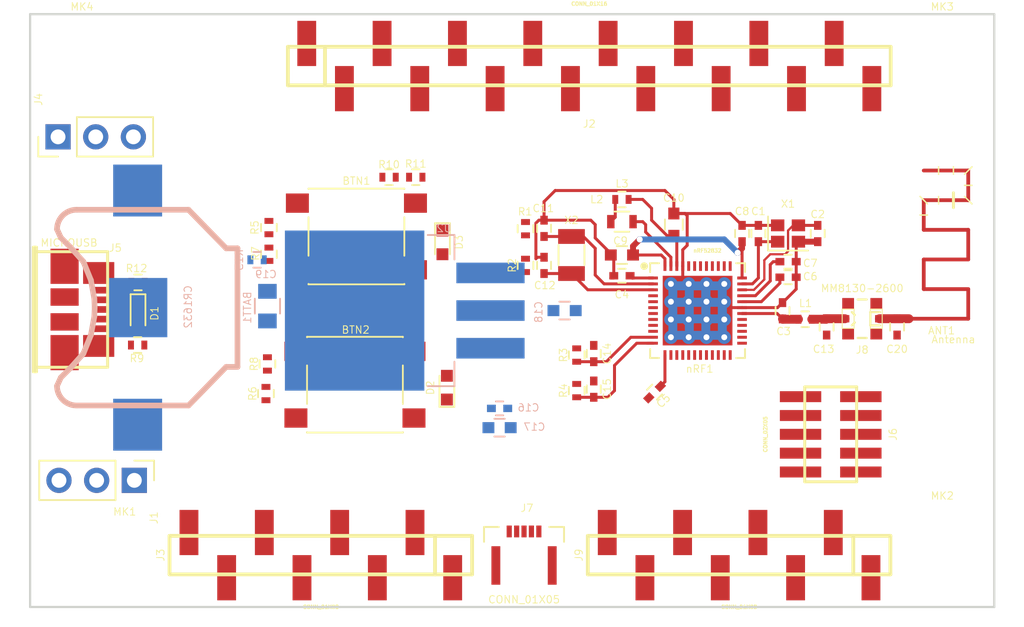
<source format=kicad_pcb>
(kicad_pcb (version 4) (host pcbnew 4.0.6)

  (general
    (links 147)
    (no_connects 89)
    (area 54.924999 79.924999 120.075001 120.075001)
    (thickness 1.6)
    (drawings 4)
    (tracks 161)
    (zones 0)
    (modules 60)
    (nets 58)
  )

  (page USLetter)
  (title_block
    (date 2017-07-22)
    (rev 0.9)
  )

  (layers
    (0 F.Cu signal)
    (31 B.Cu signal)
    (32 B.Adhes user)
    (33 F.Adhes user)
    (34 B.Paste user)
    (35 F.Paste user)
    (36 B.SilkS user)
    (37 F.SilkS user)
    (38 B.Mask user)
    (39 F.Mask user)
    (40 Dwgs.User user)
    (41 Cmts.User user)
    (42 Eco1.User user)
    (43 Eco2.User user)
    (44 Edge.Cuts user)
    (45 Margin user)
    (46 B.CrtYd user)
    (47 F.CrtYd user)
    (48 B.Fab user)
    (49 F.Fab user)
  )

  (setup
    (last_trace_width 0.2)
    (user_trace_width 0.1)
    (user_trace_width 0.15)
    (user_trace_width 0.2)
    (user_trace_width 0.3)
    (user_trace_width 0.4)
    (user_trace_width 0.6)
    (trace_clearance 0.15)
    (zone_clearance 0.15)
    (zone_45_only no)
    (trace_min 0.1)
    (segment_width 0.2)
    (edge_width 0.15)
    (via_size 0.41)
    (via_drill 0.4)
    (via_min_size 0.4)
    (via_min_drill 0.4)
    (uvia_size 0.4)
    (uvia_drill 0.1)
    (uvias_allowed no)
    (uvia_min_size 0.4)
    (uvia_min_drill 0.1)
    (pcb_text_width 0.3)
    (pcb_text_size 1.5 1.5)
    (mod_edge_width 0.15)
    (mod_text_size 1 1)
    (mod_text_width 0.15)
    (pad_size 1.524 1.524)
    (pad_drill 0.762)
    (pad_to_mask_clearance 0.2)
    (aux_axis_origin 0 0)
    (visible_elements 7FFFFFFF)
    (pcbplotparams
      (layerselection 0x00030_80000001)
      (usegerberextensions false)
      (excludeedgelayer true)
      (linewidth 0.100000)
      (plotframeref false)
      (viasonmask false)
      (mode 1)
      (useauxorigin false)
      (hpglpennumber 1)
      (hpglpenspeed 20)
      (hpglpendiameter 15)
      (hpglpenoverlay 2)
      (psnegative false)
      (psa4output false)
      (plotreference true)
      (plotvalue true)
      (plotinvisibletext false)
      (padsonsilk false)
      (subtractmaskfromsilk false)
      (outputformat 1)
      (mirror false)
      (drillshape 1)
      (scaleselection 1)
      (outputdirectory ""))
  )

  (net 0 "")
  (net 1 GND)
  (net 2 "Net-(C1-Pad2)")
  (net 3 "Net-(C2-Pad2)")
  (net 4 "Net-(C3-Pad2)")
  (net 5 +3V3)
  (net 6 "Net-(L2-Pad1)")
  (net 7 "Net-(L2-Pad2)")
  (net 8 /nRF528323_MCU/DEC1)
  (net 9 /nRF528323_MCU/DEC2)
  (net 10 /nRF528323_MCU/DEC3)
  (net 11 /nRF528323_MCU/DEC4)
  (net 12 /nRF528323_MCU/P0.00/XL1)
  (net 13 /nRF528323_MCU/P0.01/XL2)
  (net 14 /nRF528323_MCU/NFC1)
  (net 15 /nRF528323_MCU/NFC2)
  (net 16 /nRF528323_MCU/SWDIO)
  (net 17 /nRF528323_MCU/SWCLK)
  (net 18 "Net-(C13-Pad2)")
  (net 19 "Net-(ANT1-Pad1)")
  (net 20 +5V)
  (net 21 +5VD)
  (net 22 +3.3VP)
  (net 23 "Net-(BTN1-Pad1)")
  (net 24 "Net-(BTN2-Pad1)")
  (net 25 "Net-(BTN2-Pad2)")
  (net 26 /P0.09)
  (net 27 /P0.10)
  (net 28 /P0.11)
  (net 29 /P0.12)
  (net 30 /P0.13)
  (net 31 /P0.14)
  (net 32 /P0.15)
  (net 33 /P0.16)
  (net 34 /P0.17)
  (net 35 /P0.18)
  (net 36 /P0.19)
  (net 37 /P0.20)
  (net 38 /P0.21)
  (net 39 /P0.22)
  (net 40 /P0.23)
  (net 41 /P0.24)
  (net 42 /P0.01)
  (net 43 /P0.02)
  (net 44 /P0.03)
  (net 45 /P0.04)
  (net 46 /P0.05)
  (net 47 /P0.06)
  (net 48 /P0.07)
  (net 49 /P0.08)
  (net 50 /P0.25)
  (net 51 /P0.26)
  (net 52 /P0.27)
  (net 53 /P0.28)
  (net 54 /P0.29)
  (net 55 /P0.30)
  (net 56 /P0.31)
  (net 57 /P0.00)

  (net_class Default "This is the default net class."
    (clearance 0.15)
    (trace_width 0.2)
    (via_dia 0.41)
    (via_drill 0.4)
    (uvia_dia 0.4)
    (uvia_drill 0.1)
    (add_net +3.3VP)
    (add_net +3V3)
    (add_net +5V)
    (add_net +5VD)
    (add_net /P0.00)
    (add_net /P0.01)
    (add_net /P0.02)
    (add_net /P0.03)
    (add_net /P0.04)
    (add_net /P0.05)
    (add_net /P0.06)
    (add_net /P0.07)
    (add_net /P0.08)
    (add_net /P0.09)
    (add_net /P0.10)
    (add_net /P0.11)
    (add_net /P0.12)
    (add_net /P0.13)
    (add_net /P0.14)
    (add_net /P0.15)
    (add_net /P0.16)
    (add_net /P0.17)
    (add_net /P0.18)
    (add_net /P0.19)
    (add_net /P0.20)
    (add_net /P0.21)
    (add_net /P0.22)
    (add_net /P0.23)
    (add_net /P0.24)
    (add_net /P0.25)
    (add_net /P0.26)
    (add_net /P0.27)
    (add_net /P0.28)
    (add_net /P0.29)
    (add_net /P0.30)
    (add_net /P0.31)
    (add_net /nRF528323_MCU/DEC1)
    (add_net /nRF528323_MCU/DEC2)
    (add_net /nRF528323_MCU/DEC3)
    (add_net /nRF528323_MCU/DEC4)
    (add_net /nRF528323_MCU/NFC1)
    (add_net /nRF528323_MCU/NFC2)
    (add_net /nRF528323_MCU/P0.00/XL1)
    (add_net /nRF528323_MCU/P0.01/XL2)
    (add_net /nRF528323_MCU/SWCLK)
    (add_net /nRF528323_MCU/SWDIO)
    (add_net "Net-(ANT1-Pad1)")
    (add_net "Net-(BTN1-Pad1)")
    (add_net "Net-(BTN2-Pad1)")
    (add_net "Net-(BTN2-Pad2)")
    (add_net "Net-(C1-Pad2)")
    (add_net "Net-(C13-Pad2)")
    (add_net "Net-(C2-Pad2)")
    (add_net "Net-(L2-Pad1)")
    (add_net "Net-(L2-Pad2)")
  )

  (net_class Crystal ""
    (clearance 0.15)
    (trace_width 0.15)
    (via_dia 0.41)
    (via_drill 0.4)
    (uvia_dia 0.4)
    (uvia_drill 0.1)
  )

  (net_class GROUND ""
    (clearance 0.15)
    (trace_width 0.2)
    (via_dia 0.8)
    (via_drill 0.4)
    (uvia_dia 0.4)
    (uvia_drill 0.1)
    (add_net GND)
  )

  (net_class RF ""
    (clearance 0.15)
    (trace_width 0.6)
    (via_dia 0.41)
    (via_drill 0.4)
    (uvia_dia 0.4)
    (uvia_drill 0.1)
    (add_net "Net-(C3-Pad2)")
  )

  (module Nordic_misc:Nordic_misc-QWMP_MEANDERED_LEFT_+6 (layer F.Cu) (tedit 597D25B2) (tstamp 597D2346)
    (at 114.25 100.55)
    (path /597D109B/597D3513)
    (attr smd)
    (fp_text reference ANT1 (at 2.2 0.8) (layer F.SilkS)
      (effects (font (size 0.5 0.5) (thickness 0.0625)))
    )
    (fp_text value Antenna (at 3 1.4 180) (layer F.SilkS)
      (effects (font (size 0.5 0.5) (thickness 0.0625)))
    )
    (fp_line (start 0 4.99872) (end 4.99872 4.99872) (layer Dwgs.User) (width 0.06604))
    (fp_line (start 4.99872 4.99872) (end 4.99872 -11.99896) (layer Dwgs.User) (width 0.06604))
    (fp_line (start 0 -11.99896) (end 4.99872 -11.99896) (layer Dwgs.User) (width 0.06604))
    (fp_line (start 0 4.99872) (end 0 -11.99896) (layer Dwgs.User) (width 0.06604))
    (fp_line (start 0 0) (end 3.99796 0) (layer F.Cu) (width 0.254))
    (fp_line (start 3.99796 0) (end 3.99796 -1.99898) (layer F.Cu) (width 0.254))
    (fp_line (start 3.99796 -1.99898) (end 0.99822 -1.99898) (layer F.Cu) (width 0.254))
    (fp_line (start 0.99822 -1.99898) (end 0.99822 -3.99796) (layer F.Cu) (width 0.254))
    (fp_line (start 0.99822 -3.99796) (end 3.99796 -3.99796) (layer F.Cu) (width 0.254))
    (fp_line (start 3.99796 -3.99796) (end 3.99796 -5.99948) (layer F.Cu) (width 0.254))
    (fp_line (start 3.99796 -5.99948) (end 0.99822 -5.99948) (layer F.Cu) (width 0.254))
    (fp_line (start 0.99822 -5.99948) (end 0.99822 -7.99846) (layer F.Cu) (width 0.254))
    (fp_line (start 0.99822 -7.99846) (end 3.99796 -7.99846) (layer F.Cu) (width 0.254))
    (fp_line (start 3.99796 -7.99846) (end 3.99796 -9.99998) (layer F.Cu) (width 0.254))
    (fp_line (start 3.99796 -9.99998) (end 0.99822 -9.99998) (layer F.Cu) (width 0.254))
    (fp_line (start 2.99974 -7.49808) (end 2.99974 -8.49884) (layer F.SilkS) (width 0.19812))
    (fp_line (start 4.24942 -7.74954) (end 3.74904 -8.24992) (layer F.SilkS) (width 0.09906))
    (fp_line (start 3.74904 -8.99922) (end 4.24942 -8.99922) (layer F.SilkS) (width 0.09906))
    (fp_line (start 3.74904 -9.74852) (end 4.24942 -10.2489) (layer F.SilkS) (width 0.09906))
    (fp_line (start 2.99974 -9.74852) (end 2.99974 -10.2489) (layer F.SilkS) (width 0.09906))
    (fp_line (start 1.99898 -9.74852) (end 1.99898 -10.2489) (layer F.SilkS) (width 0.09906))
    (fp_line (start 1.99898 -8.24992) (end 1.99898 -7.74954) (layer F.SilkS) (width 0.09906))
    (fp_line (start 1.24968 -7.74954) (end 0.7493 -8.24992) (layer F.SilkS) (width 0.09906))
    (fp_line (start 1.24968 -6.9977) (end 0.7493 -6.9977) (layer F.SilkS) (width 0.09906))
    (fp_line (start 0 4.99872) (end 0 -11.99896) (layer Dwgs.User) (width 0.19812))
    (pad 1 smd circle (at 0 0) (size 0.254 0.254) (layers F.Cu F.Paste F.Mask)
      (net 19 "Net-(ANT1-Pad1)"))
  )

  (module Capacitors_SMD:C_0402 (layer F.Cu) (tedit 597CFD79) (tstamp 5973BECF)
    (at 104.1 94.8 270)
    (descr "Capacitor SMD 0402, reflow soldering, AVX (see smccp.pdf)")
    (tags "capacitor 0402")
    (path /597D109B/597D143D)
    (attr smd)
    (fp_text reference C1 (at -1.5 0 360) (layer F.SilkS)
      (effects (font (size 0.5 0.5) (thickness 0.0625)))
    )
    (fp_text value 12pF (at -2.852 0.0616 270) (layer F.Fab)
      (effects (font (size 0.5 0.5) (thickness 0.0625)))
    )
    (fp_text user %R (at 0 0 270) (layer F.Fab)
      (effects (font (size 0.25 0.25) (thickness 0.0625)))
    )
    (fp_line (start -0.5 0.25) (end -0.5 -0.25) (layer F.Fab) (width 0.1))
    (fp_line (start 0.5 0.25) (end -0.5 0.25) (layer F.Fab) (width 0.1))
    (fp_line (start 0.5 -0.25) (end 0.5 0.25) (layer F.Fab) (width 0.1))
    (fp_line (start -0.5 -0.25) (end 0.5 -0.25) (layer F.Fab) (width 0.1))
    (fp_line (start 0.25 -0.47) (end -0.25 -0.47) (layer F.SilkS) (width 0.12))
    (fp_line (start -0.25 0.47) (end 0.25 0.47) (layer F.SilkS) (width 0.12))
    (fp_line (start -1 -0.4) (end 1 -0.4) (layer F.CrtYd) (width 0.05))
    (fp_line (start -1 -0.4) (end -1 0.4) (layer F.CrtYd) (width 0.05))
    (fp_line (start 1 0.4) (end 1 -0.4) (layer F.CrtYd) (width 0.05))
    (fp_line (start 1 0.4) (end -1 0.4) (layer F.CrtYd) (width 0.05))
    (pad 1 smd rect (at -0.55 0 270) (size 0.6 0.5) (layers F.Cu F.Paste F.Mask)
      (net 1 GND))
    (pad 2 smd rect (at 0.55 0 270) (size 0.6 0.5) (layers F.Cu F.Paste F.Mask)
      (net 2 "Net-(C1-Pad2)"))
    (model Capacitors_SMD.3dshapes/C_0402.wrl
      (at (xyz 0 0 0))
      (scale (xyz 1 1 1))
      (rotate (xyz 0 0 0))
    )
  )

  (module Capacitors_SMD:C_0402 (layer F.Cu) (tedit 597CFD87) (tstamp 5973BED5)
    (at 108.1 94.8 90)
    (descr "Capacitor SMD 0402, reflow soldering, AVX (see smccp.pdf)")
    (tags "capacitor 0402")
    (path /597D109B/597D143E)
    (attr smd)
    (fp_text reference C2 (at 1.3 0 180) (layer F.SilkS)
      (effects (font (size 0.5 0.5) (thickness 0.0625)))
    )
    (fp_text value 12pF (at 0.1088 0.9676 90) (layer F.Fab)
      (effects (font (size 0.5 0.5) (thickness 0.0625)))
    )
    (fp_text user %R (at 0 0 90) (layer F.Fab)
      (effects (font (size 0.25 0.25) (thickness 0.0625)))
    )
    (fp_line (start -0.5 0.25) (end -0.5 -0.25) (layer F.Fab) (width 0.1))
    (fp_line (start 0.5 0.25) (end -0.5 0.25) (layer F.Fab) (width 0.1))
    (fp_line (start 0.5 -0.25) (end 0.5 0.25) (layer F.Fab) (width 0.1))
    (fp_line (start -0.5 -0.25) (end 0.5 -0.25) (layer F.Fab) (width 0.1))
    (fp_line (start 0.25 -0.47) (end -0.25 -0.47) (layer F.SilkS) (width 0.12))
    (fp_line (start -0.25 0.47) (end 0.25 0.47) (layer F.SilkS) (width 0.12))
    (fp_line (start -1 -0.4) (end 1 -0.4) (layer F.CrtYd) (width 0.05))
    (fp_line (start -1 -0.4) (end -1 0.4) (layer F.CrtYd) (width 0.05))
    (fp_line (start 1 0.4) (end 1 -0.4) (layer F.CrtYd) (width 0.05))
    (fp_line (start 1 0.4) (end -1 0.4) (layer F.CrtYd) (width 0.05))
    (pad 1 smd rect (at -0.55 0 90) (size 0.6 0.5) (layers F.Cu F.Paste F.Mask)
      (net 1 GND))
    (pad 2 smd rect (at 0.55 0 90) (size 0.6 0.5) (layers F.Cu F.Paste F.Mask)
      (net 3 "Net-(C2-Pad2)"))
    (model Capacitors_SMD.3dshapes/C_0402.wrl
      (at (xyz 0 0 0))
      (scale (xyz 1 1 1))
      (rotate (xyz 0 0 0))
    )
  )

  (module Capacitors_SMD:C_0402 (layer F.Cu) (tedit 597D702C) (tstamp 5973BEDB)
    (at 105.7275 100.0125 270)
    (descr "Capacitor SMD 0402, reflow soldering, AVX (see smccp.pdf)")
    (tags "capacitor 0402")
    (path /597D109B/597D1443)
    (attr smd)
    (fp_text reference C3 (at 1.3875 -0.0725 360) (layer F.SilkS)
      (effects (font (size 0.5 0.5) (thickness 0.0625)))
    )
    (fp_text value 0.8pF (at 2.0375 -0.0725 540) (layer F.Fab)
      (effects (font (size 0.5 0.5) (thickness 0.0625)))
    )
    (fp_text user %R (at 0 0 270) (layer F.Fab)
      (effects (font (size 0.25 0.25) (thickness 0.0625)))
    )
    (fp_line (start -0.5 0.25) (end -0.5 -0.25) (layer F.Fab) (width 0.1))
    (fp_line (start 0.5 0.25) (end -0.5 0.25) (layer F.Fab) (width 0.1))
    (fp_line (start 0.5 -0.25) (end 0.5 0.25) (layer F.Fab) (width 0.1))
    (fp_line (start -0.5 -0.25) (end 0.5 -0.25) (layer F.Fab) (width 0.1))
    (fp_line (start 0.25 -0.47) (end -0.25 -0.47) (layer F.SilkS) (width 0.12))
    (fp_line (start -0.25 0.47) (end 0.25 0.47) (layer F.SilkS) (width 0.12))
    (fp_line (start -1 -0.4) (end 1 -0.4) (layer F.CrtYd) (width 0.05))
    (fp_line (start -1 -0.4) (end -1 0.4) (layer F.CrtYd) (width 0.05))
    (fp_line (start 1 0.4) (end 1 -0.4) (layer F.CrtYd) (width 0.05))
    (fp_line (start 1 0.4) (end -1 0.4) (layer F.CrtYd) (width 0.05))
    (pad 1 smd rect (at -0.55 0 270) (size 0.6 0.5) (layers F.Cu F.Paste F.Mask)
      (net 1 GND))
    (pad 2 smd rect (at 0.55 0 270) (size 0.6 0.5) (layers F.Cu F.Paste F.Mask)
      (net 4 "Net-(C3-Pad2)"))
    (model Capacitors_SMD.3dshapes/C_0402.wrl
      (at (xyz 0 0 0))
      (scale (xyz 1 1 1))
      (rotate (xyz 0 0 0))
    )
  )

  (module Capacitors_SMD:C_0402 (layer F.Cu) (tedit 597CFD22) (tstamp 5973BEE1)
    (at 94.9 97.65 180)
    (descr "Capacitor SMD 0402, reflow soldering, AVX (see smccp.pdf)")
    (tags "capacitor 0402")
    (path /597D109B/597D1433)
    (attr smd)
    (fp_text reference C4 (at 0 -1.27 180) (layer F.SilkS)
      (effects (font (size 0.5 0.5) (thickness 0.0625)))
    )
    (fp_text value 100nF (at 0.158 -2.0196 180) (layer F.Fab)
      (effects (font (size 0.5 0.5) (thickness 0.0625)))
    )
    (fp_text user %R (at 0 0 180) (layer F.Fab)
      (effects (font (size 0.25 0.25) (thickness 0.0625)))
    )
    (fp_line (start -0.5 0.25) (end -0.5 -0.25) (layer F.Fab) (width 0.1))
    (fp_line (start 0.5 0.25) (end -0.5 0.25) (layer F.Fab) (width 0.1))
    (fp_line (start 0.5 -0.25) (end 0.5 0.25) (layer F.Fab) (width 0.1))
    (fp_line (start -0.5 -0.25) (end 0.5 -0.25) (layer F.Fab) (width 0.1))
    (fp_line (start 0.25 -0.47) (end -0.25 -0.47) (layer F.SilkS) (width 0.12))
    (fp_line (start -0.25 0.47) (end 0.25 0.47) (layer F.SilkS) (width 0.12))
    (fp_line (start -1 -0.4) (end 1 -0.4) (layer F.CrtYd) (width 0.05))
    (fp_line (start -1 -0.4) (end -1 0.4) (layer F.CrtYd) (width 0.05))
    (fp_line (start 1 0.4) (end 1 -0.4) (layer F.CrtYd) (width 0.05))
    (fp_line (start 1 0.4) (end -1 0.4) (layer F.CrtYd) (width 0.05))
    (pad 1 smd rect (at -0.55 0 180) (size 0.6 0.5) (layers F.Cu F.Paste F.Mask)
      (net 8 /nRF528323_MCU/DEC1))
    (pad 2 smd rect (at 0.55 0 180) (size 0.6 0.5) (layers F.Cu F.Paste F.Mask)
      (net 1 GND))
    (model Capacitors_SMD.3dshapes/C_0402.wrl
      (at (xyz 0 0 0))
      (scale (xyz 1 1 1))
      (rotate (xyz 0 0 0))
    )
  )

  (module Capacitors_SMD:C_0402 (layer F.Cu) (tedit 597D1CD9) (tstamp 5973BEE7)
    (at 97.1 105.5 225)
    (descr "Capacitor SMD 0402, reflow soldering, AVX (see smccp.pdf)")
    (tags "capacitor 0402")
    (path /597D109B/597D1435)
    (attr smd)
    (fp_text reference C5 (at 0 -0.848528 225) (layer F.SilkS)
      (effects (font (size 0.5 0.5) (thickness 0.0625)))
    )
    (fp_text value 100nF (at -0.1344 -1.4688 225) (layer F.Fab)
      (effects (font (size 0.5 0.5) (thickness 0.0625)))
    )
    (fp_text user %R (at 0 0 225) (layer F.Fab)
      (effects (font (size 0.25 0.25) (thickness 0.0625)))
    )
    (fp_line (start -0.5 0.25) (end -0.5 -0.25) (layer F.Fab) (width 0.1))
    (fp_line (start 0.5 0.25) (end -0.5 0.25) (layer F.Fab) (width 0.1))
    (fp_line (start 0.5 -0.25) (end 0.5 0.25) (layer F.Fab) (width 0.1))
    (fp_line (start -0.5 -0.25) (end 0.5 -0.25) (layer F.Fab) (width 0.1))
    (fp_line (start 0.25 -0.47) (end -0.25 -0.47) (layer F.SilkS) (width 0.12))
    (fp_line (start -0.25 0.47) (end 0.25 0.47) (layer F.SilkS) (width 0.12))
    (fp_line (start -1 -0.4) (end 1 -0.4) (layer F.CrtYd) (width 0.05))
    (fp_line (start -1 -0.4) (end -1 0.4) (layer F.CrtYd) (width 0.05))
    (fp_line (start 1 0.4) (end 1 -0.4) (layer F.CrtYd) (width 0.05))
    (fp_line (start 1 0.4) (end -1 0.4) (layer F.CrtYd) (width 0.05))
    (pad 1 smd rect (at -0.55 0 225) (size 0.6 0.5) (layers F.Cu F.Paste F.Mask)
      (net 5 +3V3))
    (pad 2 smd rect (at 0.55 0 225) (size 0.6 0.5) (layers F.Cu F.Paste F.Mask)
      (net 1 GND))
    (model Capacitors_SMD.3dshapes/C_0402.wrl
      (at (xyz 0 0 0))
      (scale (xyz 1 1 1))
      (rotate (xyz 0 0 0))
    )
  )

  (module Capacitors_SMD:C_0402 (layer F.Cu) (tedit 597CFDAB) (tstamp 5973BEED)
    (at 106.1 97.75 180)
    (descr "Capacitor SMD 0402, reflow soldering, AVX (see smccp.pdf)")
    (tags "capacitor 0402")
    (path /597D109B/597D1441)
    (attr smd)
    (fp_text reference C6 (at -1.5 0.05 180) (layer F.SilkS)
      (effects (font (size 0.5 0.5) (thickness 0.0625)))
    )
    (fp_text value N.M (at -2.7644 0.0616 180) (layer F.Fab)
      (effects (font (size 0.5 0.5) (thickness 0.0625)))
    )
    (fp_text user %R (at 0 0 180) (layer F.Fab)
      (effects (font (size 0.25 0.25) (thickness 0.0625)))
    )
    (fp_line (start -0.5 0.25) (end -0.5 -0.25) (layer F.Fab) (width 0.1))
    (fp_line (start 0.5 0.25) (end -0.5 0.25) (layer F.Fab) (width 0.1))
    (fp_line (start 0.5 -0.25) (end 0.5 0.25) (layer F.Fab) (width 0.1))
    (fp_line (start -0.5 -0.25) (end 0.5 -0.25) (layer F.Fab) (width 0.1))
    (fp_line (start 0.25 -0.47) (end -0.25 -0.47) (layer F.SilkS) (width 0.12))
    (fp_line (start -0.25 0.47) (end 0.25 0.47) (layer F.SilkS) (width 0.12))
    (fp_line (start -1 -0.4) (end 1 -0.4) (layer F.CrtYd) (width 0.05))
    (fp_line (start -1 -0.4) (end -1 0.4) (layer F.CrtYd) (width 0.05))
    (fp_line (start 1 0.4) (end 1 -0.4) (layer F.CrtYd) (width 0.05))
    (fp_line (start 1 0.4) (end -1 0.4) (layer F.CrtYd) (width 0.05))
    (pad 1 smd rect (at -0.55 0 180) (size 0.6 0.5) (layers F.Cu F.Paste F.Mask)
      (net 1 GND))
    (pad 2 smd rect (at 0.55 0 180) (size 0.6 0.5) (layers F.Cu F.Paste F.Mask)
      (net 9 /nRF528323_MCU/DEC2))
    (model Capacitors_SMD.3dshapes/C_0402.wrl
      (at (xyz 0 0 0))
      (scale (xyz 1 1 1))
      (rotate (xyz 0 0 0))
    )
  )

  (module Capacitors_SMD:C_0402 (layer F.Cu) (tedit 597CFDAF) (tstamp 5973BEF3)
    (at 106.1 96.7 180)
    (descr "Capacitor SMD 0402, reflow soldering, AVX (see smccp.pdf)")
    (tags "capacitor 0402")
    (path /597D109B/597D1440)
    (attr smd)
    (fp_text reference C7 (at -1.5 -0.1 180) (layer F.SilkS)
      (effects (font (size 0.5 0.5) (thickness 0.0625)))
    )
    (fp_text value 100pF (at -3.2216 -0.0232 180) (layer F.Fab)
      (effects (font (size 0.5 0.5) (thickness 0.0625)))
    )
    (fp_text user %R (at 0 -0.0635 180) (layer F.Fab)
      (effects (font (size 0.25 0.25) (thickness 0.0625)))
    )
    (fp_line (start -0.5 0.25) (end -0.5 -0.25) (layer F.Fab) (width 0.1))
    (fp_line (start 0.5 0.25) (end -0.5 0.25) (layer F.Fab) (width 0.1))
    (fp_line (start 0.5 -0.25) (end 0.5 0.25) (layer F.Fab) (width 0.1))
    (fp_line (start -0.5 -0.25) (end 0.5 -0.25) (layer F.Fab) (width 0.1))
    (fp_line (start 0.25 -0.47) (end -0.25 -0.47) (layer F.SilkS) (width 0.12))
    (fp_line (start -0.25 0.47) (end 0.25 0.47) (layer F.SilkS) (width 0.12))
    (fp_line (start -1 -0.4) (end 1 -0.4) (layer F.CrtYd) (width 0.05))
    (fp_line (start -1 -0.4) (end -1 0.4) (layer F.CrtYd) (width 0.05))
    (fp_line (start 1 0.4) (end 1 -0.4) (layer F.CrtYd) (width 0.05))
    (fp_line (start 1 0.4) (end -1 0.4) (layer F.CrtYd) (width 0.05))
    (pad 1 smd rect (at -0.55 0 180) (size 0.6 0.5) (layers F.Cu F.Paste F.Mask)
      (net 1 GND))
    (pad 2 smd rect (at 0.55 0 180) (size 0.6 0.5) (layers F.Cu F.Paste F.Mask)
      (net 10 /nRF528323_MCU/DEC3))
    (model Capacitors_SMD.3dshapes/C_0402.wrl
      (at (xyz 0 0 0))
      (scale (xyz 1 1 1))
      (rotate (xyz 0 0 0))
    )
  )

  (module Capacitors_SMD:C_0402 (layer F.Cu) (tedit 597CFD75) (tstamp 5973BEF9)
    (at 103 94.8 90)
    (descr "Capacitor SMD 0402, reflow soldering, AVX (see smccp.pdf)")
    (tags "capacitor 0402")
    (path /597D109B/597D1437)
    (attr smd)
    (fp_text reference C8 (at 1.5 0 180) (layer F.SilkS)
      (effects (font (size 0.5 0.5) (thickness 0.0625)))
    )
    (fp_text value 100nF (at 3.1568 0.0732 90) (layer F.Fab)
      (effects (font (size 0.5 0.5) (thickness 0.0625)))
    )
    (fp_text user %R (at 0 0 90) (layer F.Fab)
      (effects (font (size 0.25 0.25) (thickness 0.0625)))
    )
    (fp_line (start -0.5 0.25) (end -0.5 -0.25) (layer F.Fab) (width 0.1))
    (fp_line (start 0.5 0.25) (end -0.5 0.25) (layer F.Fab) (width 0.1))
    (fp_line (start 0.5 -0.25) (end 0.5 0.25) (layer F.Fab) (width 0.1))
    (fp_line (start -0.5 -0.25) (end 0.5 -0.25) (layer F.Fab) (width 0.1))
    (fp_line (start 0.25 -0.47) (end -0.25 -0.47) (layer F.SilkS) (width 0.12))
    (fp_line (start -0.25 0.47) (end 0.25 0.47) (layer F.SilkS) (width 0.12))
    (fp_line (start -1 -0.4) (end 1 -0.4) (layer F.CrtYd) (width 0.05))
    (fp_line (start -1 -0.4) (end -1 0.4) (layer F.CrtYd) (width 0.05))
    (fp_line (start 1 0.4) (end 1 -0.4) (layer F.CrtYd) (width 0.05))
    (fp_line (start 1 0.4) (end -1 0.4) (layer F.CrtYd) (width 0.05))
    (pad 1 smd rect (at -0.55 0 90) (size 0.6 0.5) (layers F.Cu F.Paste F.Mask)
      (net 5 +3V3))
    (pad 2 smd rect (at 0.55 0 90) (size 0.6 0.5) (layers F.Cu F.Paste F.Mask)
      (net 1 GND))
    (model Capacitors_SMD.3dshapes/C_0402.wrl
      (at (xyz 0 0 0))
      (scale (xyz 1 1 1))
      (rotate (xyz 0 0 0))
    )
  )

  (module Capacitors_SMD:C_0603 (layer F.Cu) (tedit 597CFD35) (tstamp 5973BEFF)
    (at 94.9 96.25 180)
    (descr "Capacitor SMD 0603, reflow soldering, AVX (see smccp.pdf)")
    (tags "capacitor 0603")
    (path /597D109B/597D1431)
    (attr smd)
    (fp_text reference C9 (at 0.1 0.95 180) (layer F.SilkS)
      (effects (font (size 0.5 0.5) (thickness 0.0625)))
    )
    (fp_text value 4.7uF (at 1.8344 -0.016 270) (layer F.Fab)
      (effects (font (size 0.5 0.5) (thickness 0.125)))
    )
    (fp_text user %R (at 0 0 180) (layer F.Fab)
      (effects (font (size 0.25 0.25) (thickness 0.0625)))
    )
    (fp_line (start -0.8 0.4) (end -0.8 -0.4) (layer F.Fab) (width 0.1))
    (fp_line (start 0.8 0.4) (end -0.8 0.4) (layer F.Fab) (width 0.1))
    (fp_line (start 0.8 -0.4) (end 0.8 0.4) (layer F.Fab) (width 0.1))
    (fp_line (start -0.8 -0.4) (end 0.8 -0.4) (layer F.Fab) (width 0.1))
    (fp_line (start -0.35 -0.6) (end 0.35 -0.6) (layer F.SilkS) (width 0.12))
    (fp_line (start 0.35 0.6) (end -0.35 0.6) (layer F.SilkS) (width 0.12))
    (fp_line (start -1.4 -0.65) (end 1.4 -0.65) (layer F.CrtYd) (width 0.05))
    (fp_line (start -1.4 -0.65) (end -1.4 0.65) (layer F.CrtYd) (width 0.05))
    (fp_line (start 1.4 0.65) (end 1.4 -0.65) (layer F.CrtYd) (width 0.05))
    (fp_line (start 1.4 0.65) (end -1.4 0.65) (layer F.CrtYd) (width 0.05))
    (pad 1 smd rect (at -0.75 0 180) (size 0.8 0.75) (layers F.Cu F.Paste F.Mask)
      (net 5 +3V3))
    (pad 2 smd rect (at 0.75 0 180) (size 0.8 0.75) (layers F.Cu F.Paste F.Mask)
      (net 1 GND))
    (model Capacitors_SMD.3dshapes/C_0603.wrl
      (at (xyz 0 0 0))
      (scale (xyz 1 1 1))
      (rotate (xyz 0 0 0))
    )
  )

  (module Capacitors_SMD:C_0603 (layer F.Cu) (tedit 597CFD60) (tstamp 5973BF05)
    (at 98.4 94.2 90)
    (descr "Capacitor SMD 0603, reflow soldering, AVX (see smccp.pdf)")
    (tags "capacitor 0603")
    (path /597D109B/597D1448)
    (attr smd)
    (fp_text reference C10 (at 1.8 0 180) (layer F.SilkS)
      (effects (font (size 0.5 0.5) (thickness 0.0625)))
    )
    (fp_text value 1.0uF (at 0.3724 1.168 90) (layer F.Fab)
      (effects (font (size 0.5 0.5) (thickness 0.0625)))
    )
    (fp_text user %R (at 0 -0.0635 90) (layer F.Fab)
      (effects (font (size 0.25 0.25) (thickness 0.0625)))
    )
    (fp_line (start -0.8 0.4) (end -0.8 -0.4) (layer F.Fab) (width 0.1))
    (fp_line (start 0.8 0.4) (end -0.8 0.4) (layer F.Fab) (width 0.1))
    (fp_line (start 0.8 -0.4) (end 0.8 0.4) (layer F.Fab) (width 0.1))
    (fp_line (start -0.8 -0.4) (end 0.8 -0.4) (layer F.Fab) (width 0.1))
    (fp_line (start -0.35 -0.6) (end 0.35 -0.6) (layer F.SilkS) (width 0.12))
    (fp_line (start 0.35 0.6) (end -0.35 0.6) (layer F.SilkS) (width 0.12))
    (fp_line (start -1.4 -0.65) (end 1.4 -0.65) (layer F.CrtYd) (width 0.05))
    (fp_line (start -1.4 -0.65) (end -1.4 0.65) (layer F.CrtYd) (width 0.05))
    (fp_line (start 1.4 0.65) (end 1.4 -0.65) (layer F.CrtYd) (width 0.05))
    (fp_line (start 1.4 0.65) (end -1.4 0.65) (layer F.CrtYd) (width 0.05))
    (pad 1 smd rect (at -0.75 0 90) (size 0.8 0.75) (layers F.Cu F.Paste F.Mask)
      (net 11 /nRF528323_MCU/DEC4))
    (pad 2 smd rect (at 0.75 0 90) (size 0.8 0.75) (layers F.Cu F.Paste F.Mask)
      (net 1 GND))
    (model Capacitors_SMD.3dshapes/C_0603.wrl
      (at (xyz 0 0 0))
      (scale (xyz 1 1 1))
      (rotate (xyz 0 0 0))
    )
  )

  (module Capacitors_SMD:C_0402 (layer F.Cu) (tedit 597CFD48) (tstamp 5973BF0B)
    (at 89.65 94.45 90)
    (descr "Capacitor SMD 0402, reflow soldering, AVX (see smccp.pdf)")
    (tags "capacitor 0402")
    (path /597D109B/597D143A)
    (attr smd)
    (fp_text reference C11 (at 1.35 -0.05 180) (layer F.SilkS)
      (effects (font (size 0.5 0.5) (thickness 0.0625)))
    )
    (fp_text value 12pF (at 0.0128 -1.1564 90) (layer F.Fab)
      (effects (font (size 0.5 0.5) (thickness 0.0625)))
    )
    (fp_text user %R (at 0 0 90) (layer F.Fab)
      (effects (font (size 0.25 0.25) (thickness 0.0625)))
    )
    (fp_line (start -0.5 0.25) (end -0.5 -0.25) (layer F.Fab) (width 0.1))
    (fp_line (start 0.5 0.25) (end -0.5 0.25) (layer F.Fab) (width 0.1))
    (fp_line (start 0.5 -0.25) (end 0.5 0.25) (layer F.Fab) (width 0.1))
    (fp_line (start -0.5 -0.25) (end 0.5 -0.25) (layer F.Fab) (width 0.1))
    (fp_line (start 0.25 -0.47) (end -0.25 -0.47) (layer F.SilkS) (width 0.12))
    (fp_line (start -0.25 0.47) (end 0.25 0.47) (layer F.SilkS) (width 0.12))
    (fp_line (start -1 -0.4) (end 1 -0.4) (layer F.CrtYd) (width 0.05))
    (fp_line (start -1 -0.4) (end -1 0.4) (layer F.CrtYd) (width 0.05))
    (fp_line (start 1 0.4) (end 1 -0.4) (layer F.CrtYd) (width 0.05))
    (fp_line (start 1 0.4) (end -1 0.4) (layer F.CrtYd) (width 0.05))
    (pad 1 smd rect (at -0.55 0 90) (size 0.6 0.5) (layers F.Cu F.Paste F.Mask)
      (net 12 /nRF528323_MCU/P0.00/XL1))
    (pad 2 smd rect (at 0.55 0 90) (size 0.6 0.5) (layers F.Cu F.Paste F.Mask)
      (net 1 GND))
    (model Capacitors_SMD.3dshapes/C_0402.wrl
      (at (xyz 0 0 0))
      (scale (xyz 1 1 1))
      (rotate (xyz 0 0 0))
    )
  )

  (module Capacitors_SMD:C_0402 (layer F.Cu) (tedit 597CFD28) (tstamp 5973BF11)
    (at 89.65 96.95 90)
    (descr "Capacitor SMD 0402, reflow soldering, AVX (see smccp.pdf)")
    (tags "capacitor 0402")
    (path /597D109B/597D143B)
    (attr smd)
    (fp_text reference C12 (at -1.35 0.05 180) (layer F.SilkS)
      (effects (font (size 0.5 0.5) (thickness 0.0625)))
    )
    (fp_text value 12pF (at -0.078 -1.1564 90) (layer F.Fab)
      (effects (font (size 0.5 0.5) (thickness 0.0625)))
    )
    (fp_text user %R (at 0 0 90) (layer F.Fab)
      (effects (font (size 0.25 0.25) (thickness 0.0625)))
    )
    (fp_line (start -0.5 0.25) (end -0.5 -0.25) (layer F.Fab) (width 0.1))
    (fp_line (start 0.5 0.25) (end -0.5 0.25) (layer F.Fab) (width 0.1))
    (fp_line (start 0.5 -0.25) (end 0.5 0.25) (layer F.Fab) (width 0.1))
    (fp_line (start -0.5 -0.25) (end 0.5 -0.25) (layer F.Fab) (width 0.1))
    (fp_line (start 0.25 -0.47) (end -0.25 -0.47) (layer F.SilkS) (width 0.12))
    (fp_line (start -0.25 0.47) (end 0.25 0.47) (layer F.SilkS) (width 0.12))
    (fp_line (start -1 -0.4) (end 1 -0.4) (layer F.CrtYd) (width 0.05))
    (fp_line (start -1 -0.4) (end -1 0.4) (layer F.CrtYd) (width 0.05))
    (fp_line (start 1 0.4) (end 1 -0.4) (layer F.CrtYd) (width 0.05))
    (fp_line (start 1 0.4) (end -1 0.4) (layer F.CrtYd) (width 0.05))
    (pad 1 smd rect (at -0.55 0 90) (size 0.6 0.5) (layers F.Cu F.Paste F.Mask)
      (net 13 /nRF528323_MCU/P0.01/XL2))
    (pad 2 smd rect (at 0.55 0 90) (size 0.6 0.5) (layers F.Cu F.Paste F.Mask)
      (net 1 GND))
    (model Capacitors_SMD.3dshapes/C_0402.wrl
      (at (xyz 0 0 0))
      (scale (xyz 1 1 1))
      (rotate (xyz 0 0 0))
    )
  )

  (module Capacitors_SMD:C_0402 (layer F.Cu) (tedit 597D1CD3) (tstamp 5973BF1D)
    (at 93 102.9 270)
    (descr "Capacitor SMD 0402, reflow soldering, AVX (see smccp.pdf)")
    (tags "capacitor 0402")
    (path /597D109B/597D144D)
    (attr smd)
    (fp_text reference C14 (at 0 -0.9 450) (layer F.SilkS)
      (effects (font (size 0.5 0.5) (thickness 0.0625)))
    )
    (fp_text value 300pF (at 0 1.27 270) (layer F.Fab)
      (effects (font (size 0.5 0.5) (thickness 0.0625)))
    )
    (fp_text user %R (at 0 0 270) (layer F.Fab)
      (effects (font (size 0.25 0.25) (thickness 0.0625)))
    )
    (fp_line (start -0.5 0.25) (end -0.5 -0.25) (layer F.Fab) (width 0.1))
    (fp_line (start 0.5 0.25) (end -0.5 0.25) (layer F.Fab) (width 0.1))
    (fp_line (start 0.5 -0.25) (end 0.5 0.25) (layer F.Fab) (width 0.1))
    (fp_line (start -0.5 -0.25) (end 0.5 -0.25) (layer F.Fab) (width 0.1))
    (fp_line (start 0.25 -0.47) (end -0.25 -0.47) (layer F.SilkS) (width 0.12))
    (fp_line (start -0.25 0.47) (end 0.25 0.47) (layer F.SilkS) (width 0.12))
    (fp_line (start -1 -0.4) (end 1 -0.4) (layer F.CrtYd) (width 0.05))
    (fp_line (start -1 -0.4) (end -1 0.4) (layer F.CrtYd) (width 0.05))
    (fp_line (start 1 0.4) (end 1 -0.4) (layer F.CrtYd) (width 0.05))
    (fp_line (start 1 0.4) (end -1 0.4) (layer F.CrtYd) (width 0.05))
    (pad 1 smd rect (at -0.55 0 270) (size 0.6 0.5) (layers F.Cu F.Paste F.Mask)
      (net 1 GND))
    (pad 2 smd rect (at 0.55 0 270) (size 0.6 0.5) (layers F.Cu F.Paste F.Mask)
      (net 14 /nRF528323_MCU/NFC1))
    (model Capacitors_SMD.3dshapes/C_0402.wrl
      (at (xyz 0 0 0))
      (scale (xyz 1 1 1))
      (rotate (xyz 0 0 0))
    )
  )

  (module Inductors_SMD:L_0603 (layer F.Cu) (tedit 597CFD50) (tstamp 5973BF29)
    (at 94.9 94)
    (descr "Resistor SMD 0603, reflow soldering, Vishay (see dcrcw.pdf)")
    (tags "resistor 0603")
    (path /597D109B/597D1446)
    (attr smd)
    (fp_text reference L2 (at -1.7 -1.5) (layer F.SilkS)
      (effects (font (size 0.5 0.5) (thickness 0.0625)))
    )
    (fp_text value 10uH (at 1.874 -0.02 90) (layer F.Fab)
      (effects (font (size 0.5 0.5) (thickness 0.0625)))
    )
    (fp_line (start -0.8 0.4) (end -0.8 -0.4) (layer F.Fab) (width 0.1))
    (fp_line (start 0.8 0.4) (end -0.8 0.4) (layer F.Fab) (width 0.1))
    (fp_line (start 0.8 -0.4) (end 0.8 0.4) (layer F.Fab) (width 0.1))
    (fp_line (start -0.8 -0.4) (end 0.8 -0.4) (layer F.Fab) (width 0.1))
    (fp_line (start -1.3 -0.8) (end 1.3 -0.8) (layer F.CrtYd) (width 0.05))
    (fp_line (start -1.3 0.8) (end 1.3 0.8) (layer F.CrtYd) (width 0.05))
    (fp_line (start -1.3 -0.8) (end -1.3 0.8) (layer F.CrtYd) (width 0.05))
    (fp_line (start 1.3 -0.8) (end 1.3 0.8) (layer F.CrtYd) (width 0.05))
    (fp_line (start 0.5 0.68) (end -0.5 0.68) (layer F.SilkS) (width 0.12))
    (fp_line (start -0.5 -0.68) (end 0.5 -0.68) (layer F.SilkS) (width 0.12))
    (pad 1 smd rect (at -0.75 0) (size 0.5 0.9) (layers F.Cu F.Paste F.Mask)
      (net 6 "Net-(L2-Pad1)"))
    (pad 2 smd rect (at 0.75 0) (size 0.5 0.9) (layers F.Cu F.Paste F.Mask)
      (net 7 "Net-(L2-Pad2)"))
    (model Inductors_SMD.3dshapes\L_0603.wrl
      (at (xyz 0 0 0))
      (scale (xyz 1 1 1))
      (rotate (xyz 0 0 0))
    )
  )

  (module Capacitors_SMD:C_0402 (layer F.Cu) (tedit 597D25E4) (tstamp 597D192A)
    (at 93 105.3 90)
    (descr "Capacitor SMD 0402, reflow soldering, AVX (see smccp.pdf)")
    (tags "capacitor 0402")
    (path /597D109B/597D144E)
    (attr smd)
    (fp_text reference C15 (at 0 0.9 270) (layer F.SilkS)
      (effects (font (size 0.5 0.5) (thickness 0.0625)))
    )
    (fp_text value 300pF (at 0 1.27 90) (layer F.Fab)
      (effects (font (size 0.5 0.5) (thickness 0.0625)))
    )
    (fp_text user %R (at 0 0 90) (layer F.Fab)
      (effects (font (size 0.25 0.25) (thickness 0.0625)))
    )
    (fp_line (start -0.5 0.25) (end -0.5 -0.25) (layer F.Fab) (width 0.1))
    (fp_line (start 0.5 0.25) (end -0.5 0.25) (layer F.Fab) (width 0.1))
    (fp_line (start 0.5 -0.25) (end 0.5 0.25) (layer F.Fab) (width 0.1))
    (fp_line (start -0.5 -0.25) (end 0.5 -0.25) (layer F.Fab) (width 0.1))
    (fp_line (start 0.25 -0.47) (end -0.25 -0.47) (layer F.SilkS) (width 0.12))
    (fp_line (start -0.25 0.47) (end 0.25 0.47) (layer F.SilkS) (width 0.12))
    (fp_line (start -1 -0.4) (end 1 -0.4) (layer F.CrtYd) (width 0.05))
    (fp_line (start -1 -0.4) (end -1 0.4) (layer F.CrtYd) (width 0.05))
    (fp_line (start 1 0.4) (end 1 -0.4) (layer F.CrtYd) (width 0.05))
    (fp_line (start 1 0.4) (end -1 0.4) (layer F.CrtYd) (width 0.05))
    (pad 1 smd rect (at -0.55 0 90) (size 0.6 0.5) (layers F.Cu F.Paste F.Mask)
      (net 15 /nRF528323_MCU/NFC2))
    (pad 2 smd rect (at 0.55 0 90) (size 0.6 0.5) (layers F.Cu F.Paste F.Mask)
      (net 1 GND))
    (model Capacitors_SMD.3dshapes/C_0402.wrl
      (at (xyz 0 0 0))
      (scale (xyz 1 1 1))
      (rotate (xyz 0 0 0))
    )
  )

  (module Resistors_SMD:R_0402 (layer F.Cu) (tedit 597D758F) (tstamp 597D1947)
    (at 88.4 94.475 270)
    (descr "Resistor SMD 0402, reflow soldering, Vishay (see dcrcw.pdf)")
    (tags "resistor 0402")
    (path /597D109B/597D2B3F)
    (attr smd)
    (fp_text reference R1 (at -1.15 0.025 360) (layer F.SilkS)
      (effects (font (size 0.5 0.5) (thickness 0.0625)))
    )
    (fp_text value 0 (at 0 1.45 270) (layer F.Fab)
      (effects (font (size 0.5 0.5) (thickness 0.0625)))
    )
    (fp_text user %R (at 0 0 270) (layer F.Fab)
      (effects (font (size 0.25 0.25) (thickness 0.0625)))
    )
    (fp_line (start -0.5 0.25) (end -0.5 -0.25) (layer F.Fab) (width 0.1))
    (fp_line (start 0.5 0.25) (end -0.5 0.25) (layer F.Fab) (width 0.1))
    (fp_line (start 0.5 -0.25) (end 0.5 0.25) (layer F.Fab) (width 0.1))
    (fp_line (start -0.5 -0.25) (end 0.5 -0.25) (layer F.Fab) (width 0.1))
    (fp_line (start 0.25 -0.53) (end -0.25 -0.53) (layer F.SilkS) (width 0.12))
    (fp_line (start -0.25 0.53) (end 0.25 0.53) (layer F.SilkS) (width 0.12))
    (fp_line (start -0.8 -0.45) (end 0.8 -0.45) (layer F.CrtYd) (width 0.05))
    (fp_line (start -0.8 -0.45) (end -0.8 0.45) (layer F.CrtYd) (width 0.05))
    (fp_line (start 0.8 0.45) (end 0.8 -0.45) (layer F.CrtYd) (width 0.05))
    (fp_line (start 0.8 0.45) (end -0.8 0.45) (layer F.CrtYd) (width 0.05))
    (pad 1 smd rect (at -0.45 0 270) (size 0.4 0.6) (layers F.Cu F.Paste F.Mask)
      (net 57 /P0.00))
    (pad 2 smd rect (at 0.45 0 270) (size 0.4 0.6) (layers F.Cu F.Paste F.Mask)
      (net 12 /nRF528323_MCU/P0.00/XL1))
    (model Resistors_SMD.3dshapes/R_0402.wrl
      (at (xyz 0 0 0))
      (scale (xyz 1 1 1))
      (rotate (xyz 0 0 0))
    )
  )

  (module Resistors_SMD:R_0402 (layer F.Cu) (tedit 597D1F0F) (tstamp 597D194D)
    (at 88.4 96.95 90)
    (descr "Resistor SMD 0402, reflow soldering, Vishay (see dcrcw.pdf)")
    (tags "resistor 0402")
    (path /597D109B/597D2A8C)
    (attr smd)
    (fp_text reference R2 (at 0 -0.9 90) (layer F.SilkS)
      (effects (font (size 0.5 0.5) (thickness 0.0625)))
    )
    (fp_text value 0 (at 0 1.45 90) (layer F.Fab)
      (effects (font (size 0.5 0.5) (thickness 0.0625)))
    )
    (fp_text user %R (at 0 0 90) (layer F.Fab)
      (effects (font (size 0.25 0.25) (thickness 0.0625)))
    )
    (fp_line (start -0.5 0.25) (end -0.5 -0.25) (layer F.Fab) (width 0.1))
    (fp_line (start 0.5 0.25) (end -0.5 0.25) (layer F.Fab) (width 0.1))
    (fp_line (start 0.5 -0.25) (end 0.5 0.25) (layer F.Fab) (width 0.1))
    (fp_line (start -0.5 -0.25) (end 0.5 -0.25) (layer F.Fab) (width 0.1))
    (fp_line (start 0.25 -0.53) (end -0.25 -0.53) (layer F.SilkS) (width 0.12))
    (fp_line (start -0.25 0.53) (end 0.25 0.53) (layer F.SilkS) (width 0.12))
    (fp_line (start -0.8 -0.45) (end 0.8 -0.45) (layer F.CrtYd) (width 0.05))
    (fp_line (start -0.8 -0.45) (end -0.8 0.45) (layer F.CrtYd) (width 0.05))
    (fp_line (start 0.8 0.45) (end 0.8 -0.45) (layer F.CrtYd) (width 0.05))
    (fp_line (start 0.8 0.45) (end -0.8 0.45) (layer F.CrtYd) (width 0.05))
    (pad 1 smd rect (at -0.45 0 90) (size 0.4 0.6) (layers F.Cu F.Paste F.Mask)
      (net 13 /nRF528323_MCU/P0.01/XL2))
    (pad 2 smd rect (at 0.45 0 90) (size 0.4 0.6) (layers F.Cu F.Paste F.Mask)
      (net 42 /P0.01))
    (model Resistors_SMD.3dshapes/R_0402.wrl
      (at (xyz 0 0 0))
      (scale (xyz 1 1 1))
      (rotate (xyz 0 0 0))
    )
  )

  (module Resistors_SMD:R_0402 (layer F.Cu) (tedit 597D1CBF) (tstamp 597D1953)
    (at 91.85 103 270)
    (descr "Resistor SMD 0402, reflow soldering, Vishay (see dcrcw.pdf)")
    (tags "resistor 0402")
    (path /597D109B/597D2A2A)
    (attr smd)
    (fp_text reference R3 (at 0 0.9 450) (layer F.SilkS)
      (effects (font (size 0.5 0.5) (thickness 0.0625)))
    )
    (fp_text value 0 (at -0.1 0.9 270) (layer F.Fab)
      (effects (font (size 0.5 0.5) (thickness 0.0625)))
    )
    (fp_text user %R (at 0 0 270) (layer F.Fab)
      (effects (font (size 0.25 0.25) (thickness 0.0625)))
    )
    (fp_line (start -0.5 0.25) (end -0.5 -0.25) (layer F.Fab) (width 0.1))
    (fp_line (start 0.5 0.25) (end -0.5 0.25) (layer F.Fab) (width 0.1))
    (fp_line (start 0.5 -0.25) (end 0.5 0.25) (layer F.Fab) (width 0.1))
    (fp_line (start -0.5 -0.25) (end 0.5 -0.25) (layer F.Fab) (width 0.1))
    (fp_line (start 0.25 -0.53) (end -0.25 -0.53) (layer F.SilkS) (width 0.12))
    (fp_line (start -0.25 0.53) (end 0.25 0.53) (layer F.SilkS) (width 0.12))
    (fp_line (start -0.8 -0.45) (end 0.8 -0.45) (layer F.CrtYd) (width 0.05))
    (fp_line (start -0.8 -0.45) (end -0.8 0.45) (layer F.CrtYd) (width 0.05))
    (fp_line (start 0.8 0.45) (end 0.8 -0.45) (layer F.CrtYd) (width 0.05))
    (fp_line (start 0.8 0.45) (end -0.8 0.45) (layer F.CrtYd) (width 0.05))
    (pad 1 smd rect (at -0.45 0 270) (size 0.4 0.6) (layers F.Cu F.Paste F.Mask)
      (net 26 /P0.09))
    (pad 2 smd rect (at 0.45 0 270) (size 0.4 0.6) (layers F.Cu F.Paste F.Mask)
      (net 14 /nRF528323_MCU/NFC1))
    (model Resistors_SMD.3dshapes/R_0402.wrl
      (at (xyz 0 0 0))
      (scale (xyz 1 1 1))
      (rotate (xyz 0 0 0))
    )
  )

  (module Resistors_SMD:R_0402 (layer F.Cu) (tedit 597D25EC) (tstamp 597D1959)
    (at 91.85 105.4 90)
    (descr "Resistor SMD 0402, reflow soldering, Vishay (see dcrcw.pdf)")
    (tags "resistor 0402")
    (path /597D109B/597D293B)
    (attr smd)
    (fp_text reference R4 (at 0 -0.9 270) (layer F.SilkS)
      (effects (font (size 0.5 0.5) (thickness 0.0625)))
    )
    (fp_text value 0 (at 0 1.45 90) (layer F.Fab)
      (effects (font (size 0.5 0.5) (thickness 0.0625)))
    )
    (fp_text user %R (at 0 0 90) (layer F.Fab)
      (effects (font (size 0.25 0.25) (thickness 0.0625)))
    )
    (fp_line (start -0.5 0.25) (end -0.5 -0.25) (layer F.Fab) (width 0.1))
    (fp_line (start 0.5 0.25) (end -0.5 0.25) (layer F.Fab) (width 0.1))
    (fp_line (start 0.5 -0.25) (end 0.5 0.25) (layer F.Fab) (width 0.1))
    (fp_line (start -0.5 -0.25) (end 0.5 -0.25) (layer F.Fab) (width 0.1))
    (fp_line (start 0.25 -0.53) (end -0.25 -0.53) (layer F.SilkS) (width 0.12))
    (fp_line (start -0.25 0.53) (end 0.25 0.53) (layer F.SilkS) (width 0.12))
    (fp_line (start -0.8 -0.45) (end 0.8 -0.45) (layer F.CrtYd) (width 0.05))
    (fp_line (start -0.8 -0.45) (end -0.8 0.45) (layer F.CrtYd) (width 0.05))
    (fp_line (start 0.8 0.45) (end 0.8 -0.45) (layer F.CrtYd) (width 0.05))
    (fp_line (start 0.8 0.45) (end -0.8 0.45) (layer F.CrtYd) (width 0.05))
    (pad 1 smd rect (at -0.45 0 90) (size 0.4 0.6) (layers F.Cu F.Paste F.Mask)
      (net 15 /nRF528323_MCU/NFC2))
    (pad 2 smd rect (at 0.45 0 90) (size 0.4 0.6) (layers F.Cu F.Paste F.Mask)
      (net 27 /P0.10))
    (model Resistors_SMD.3dshapes/R_0402.wrl
      (at (xyz 0 0 0))
      (scale (xyz 1 1 1))
      (rotate (xyz 0 0 0))
    )
  )

  (module Nordic_misc:Nordic_misc-FPC_05P-RA-SMD (layer F.Cu) (tedit 597D790D) (tstamp 597D1AEB)
    (at 88.3 116.5)
    (descr "WCON 5141-05RZDNWR01")
    (tags "WCON 5141-05RZDNWR01")
    (path /597D109B/597D165F)
    (attr smd)
    (fp_text reference J7 (at 0.2 -3.175) (layer F.SilkS)
      (effects (font (size 0.5 0.5) (thickness 0.0625)))
    )
    (fp_text value CONN_01X05 (at 0 3) (layer F.SilkS)
      (effects (font (size 0.5 0.5) (thickness 0.0625)))
    )
    (fp_line (start -2.44856 -1.59766) (end 2.44856 -1.59766) (layer Dwgs.User) (width 0.09906))
    (fp_line (start 2.44856 -1.59766) (end 2.44856 2.2479) (layer Dwgs.User) (width 0.09906))
    (fp_line (start 2.44856 2.2479) (end -2.44856 2.2479) (layer Dwgs.User) (width 0.09906))
    (fp_line (start -2.44856 2.2479) (end -2.44856 -1.59766) (layer Dwgs.User) (width 0.09906))
    (fp_line (start -2.69748 2.49936) (end 2.69748 2.49936) (layer Dwgs.User) (width 0.09906))
    (fp_line (start 2.69748 2.49936) (end 2.69748 -2.2479) (layer Dwgs.User) (width 0.09906))
    (fp_line (start 2.69748 -2.2479) (end -2.69748 -2.2479) (layer Dwgs.User) (width 0.09906))
    (fp_line (start -2.69748 -2.2479) (end -2.69748 2.49936) (layer Dwgs.User) (width 0.09906))
    (fp_line (start -1.69926 -1.89992) (end -2.69748 -1.89992) (layer F.SilkS) (width 0.127))
    (fp_line (start -2.69748 -1.89992) (end -2.69748 -0.89916) (layer F.SilkS) (width 0.127))
    (fp_line (start 1.69926 -1.89992) (end 2.69748 -1.89992) (layer F.SilkS) (width 0.127))
    (fp_line (start 2.69748 -1.89992) (end 2.69748 -0.89916) (layer F.SilkS) (width 0.127))
    (pad 0 smd rect (at -1.89992 0.6985) (size 0.59944 2.59842) (layers F.Cu F.Paste F.Mask))
    (pad 00 smd rect (at 1.89992 0.6985) (size 0.59944 2.59842) (layers F.Cu F.Paste F.Mask))
    (pad 1 smd rect (at -0.99822 -1.59766) (size 0.34798 0.79756) (layers F.Cu F.Paste F.Mask))
    (pad 2 smd rect (at -0.49784 -1.59766) (size 0.34798 0.79756) (layers F.Cu F.Paste F.Mask)
      (net 14 /nRF528323_MCU/NFC1))
    (pad 3 smd rect (at 0 -1.59766) (size 0.34798 0.79756) (layers F.Cu F.Paste F.Mask))
    (pad 4 smd rect (at 0.49784 -1.59766) (size 0.34798 0.79756) (layers F.Cu F.Paste F.Mask)
      (net 15 /nRF528323_MCU/NFC2))
    (pad 5 smd rect (at 0.99822 -1.59766) (size 0.34798 0.79756) (layers F.Cu F.Paste F.Mask))
  )

  (module Capacitors_SMD:C_0402 (layer F.Cu) (tedit 597D7015) (tstamp 597D234C)
    (at 108.7 101.1 90)
    (descr "Capacitor SMD 0402, reflow soldering, AVX (see smccp.pdf)")
    (tags "capacitor 0402")
    (path /597D109B/597D86D6)
    (attr smd)
    (fp_text reference C13 (at -1.5 -0.2 180) (layer F.SilkS)
      (effects (font (size 0.5 0.5) (thickness 0.0625)))
    )
    (fp_text value N.C (at 1.4 0 180) (layer F.Fab)
      (effects (font (size 0.5 0.5) (thickness 0.0625)))
    )
    (fp_text user %R (at 0 0 90) (layer F.Fab)
      (effects (font (size 0.25 0.25) (thickness 0.0625)))
    )
    (fp_line (start -0.5 0.25) (end -0.5 -0.25) (layer F.Fab) (width 0.1))
    (fp_line (start 0.5 0.25) (end -0.5 0.25) (layer F.Fab) (width 0.1))
    (fp_line (start 0.5 -0.25) (end 0.5 0.25) (layer F.Fab) (width 0.1))
    (fp_line (start -0.5 -0.25) (end 0.5 -0.25) (layer F.Fab) (width 0.1))
    (fp_line (start 0.25 -0.47) (end -0.25 -0.47) (layer F.SilkS) (width 0.12))
    (fp_line (start -0.25 0.47) (end 0.25 0.47) (layer F.SilkS) (width 0.12))
    (fp_line (start -1 -0.4) (end 1 -0.4) (layer F.CrtYd) (width 0.05))
    (fp_line (start -1 -0.4) (end -1 0.4) (layer F.CrtYd) (width 0.05))
    (fp_line (start 1 0.4) (end 1 -0.4) (layer F.CrtYd) (width 0.05))
    (fp_line (start 1 0.4) (end -1 0.4) (layer F.CrtYd) (width 0.05))
    (pad 1 smd rect (at -0.55 0 90) (size 0.6 0.5) (layers F.Cu F.Paste F.Mask)
      (net 1 GND))
    (pad 2 smd rect (at 0.55 0 90) (size 0.6 0.5) (layers F.Cu F.Paste F.Mask)
      (net 18 "Net-(C13-Pad2)"))
    (model Capacitors_SMD.3dshapes/C_0402.wrl
      (at (xyz 0 0 0))
      (scale (xyz 1 1 1))
      (rotate (xyz 0 0 0))
    )
  )

  (module Capacitors_SMD:C_0402 (layer F.Cu) (tedit 597D25BB) (tstamp 597D2352)
    (at 113.45 101.1 90)
    (descr "Capacitor SMD 0402, reflow soldering, AVX (see smccp.pdf)")
    (tags "capacitor 0402")
    (path /597D109B/597D2E58)
    (attr smd)
    (fp_text reference C20 (at -1.5 0 180) (layer F.SilkS)
      (effects (font (size 0.5 0.5) (thickness 0.0625)))
    )
    (fp_text value TBD (at 0 1.27 90) (layer F.Fab)
      (effects (font (size 0.5 0.5) (thickness 0.0625)))
    )
    (fp_text user %R (at 0 0 90) (layer F.Fab)
      (effects (font (size 0.25 0.25) (thickness 0.0625)))
    )
    (fp_line (start -0.5 0.25) (end -0.5 -0.25) (layer F.Fab) (width 0.1))
    (fp_line (start 0.5 0.25) (end -0.5 0.25) (layer F.Fab) (width 0.1))
    (fp_line (start 0.5 -0.25) (end 0.5 0.25) (layer F.Fab) (width 0.1))
    (fp_line (start -0.5 -0.25) (end 0.5 -0.25) (layer F.Fab) (width 0.1))
    (fp_line (start 0.25 -0.47) (end -0.25 -0.47) (layer F.SilkS) (width 0.12))
    (fp_line (start -0.25 0.47) (end 0.25 0.47) (layer F.SilkS) (width 0.12))
    (fp_line (start -1 -0.4) (end 1 -0.4) (layer F.CrtYd) (width 0.05))
    (fp_line (start -1 -0.4) (end -1 0.4) (layer F.CrtYd) (width 0.05))
    (fp_line (start 1 0.4) (end 1 -0.4) (layer F.CrtYd) (width 0.05))
    (fp_line (start 1 0.4) (end -1 0.4) (layer F.CrtYd) (width 0.05))
    (pad 1 smd rect (at -0.55 0 90) (size 0.6 0.5) (layers F.Cu F.Paste F.Mask)
      (net 1 GND))
    (pad 2 smd rect (at 0.55 0 90) (size 0.6 0.5) (layers F.Cu F.Paste F.Mask)
      (net 19 "Net-(ANT1-Pad1)"))
    (model Capacitors_SMD.3dshapes/C_0402.wrl
      (at (xyz 0 0 0))
      (scale (xyz 1 1 1))
      (rotate (xyz 0 0 0))
    )
  )

  (module Capacitors_SMD:C_0402 (layer B.Cu) (tedit 597D5242) (tstamp 597D2A1A)
    (at 86.65 106.6)
    (descr "Capacitor SMD 0402, reflow soldering, AVX (see smccp.pdf)")
    (tags "capacitor 0402")
    (path /597D270C/597D2925)
    (attr smd)
    (fp_text reference C16 (at 1.95 -0.05) (layer B.SilkS)
      (effects (font (size 0.5 0.5) (thickness 0.0625)) (justify mirror))
    )
    (fp_text value 100nF (at -2.15 0.05) (layer B.Fab)
      (effects (font (size 0.5 0.5) (thickness 0.0625)) (justify mirror))
    )
    (fp_text user %R (at 0 0) (layer B.Fab)
      (effects (font (size 0.25 0.25) (thickness 0.0625)) (justify mirror))
    )
    (fp_line (start -0.5 -0.25) (end -0.5 0.25) (layer B.Fab) (width 0.1))
    (fp_line (start 0.5 -0.25) (end -0.5 -0.25) (layer B.Fab) (width 0.1))
    (fp_line (start 0.5 0.25) (end 0.5 -0.25) (layer B.Fab) (width 0.1))
    (fp_line (start -0.5 0.25) (end 0.5 0.25) (layer B.Fab) (width 0.1))
    (fp_line (start 0.25 0.47) (end -0.25 0.47) (layer B.SilkS) (width 0.12))
    (fp_line (start -0.25 -0.47) (end 0.25 -0.47) (layer B.SilkS) (width 0.12))
    (fp_line (start -1 0.4) (end 1 0.4) (layer B.CrtYd) (width 0.05))
    (fp_line (start -1 0.4) (end -1 -0.4) (layer B.CrtYd) (width 0.05))
    (fp_line (start 1 -0.4) (end 1 0.4) (layer B.CrtYd) (width 0.05))
    (fp_line (start 1 -0.4) (end -1 -0.4) (layer B.CrtYd) (width 0.05))
    (pad 1 smd rect (at -0.55 0) (size 0.6 0.5) (layers B.Cu B.Paste B.Mask)
      (net 20 +5V))
    (pad 2 smd rect (at 0.55 0) (size 0.6 0.5) (layers B.Cu B.Paste B.Mask)
      (net 1 GND))
    (model Capacitors_SMD.3dshapes/C_0402.wrl
      (at (xyz 0 0 0))
      (scale (xyz 1 1 1))
      (rotate (xyz 0 0 0))
    )
  )

  (module TO_SOT_Packages_SMD:TO-263-3Lead (layer B.Cu) (tedit 597E7E2A) (tstamp 597D2BA8)
    (at 81.4578 100 180)
    (descr "D2PAK / TO-263 3-lead smd package")
    (tags "D2PAK D2PAK-3 TO-263AB TO-263")
    (path /597D270C/597D2CB3)
    (attr smd)
    (fp_text reference U2 (at -1.45 5.55 180) (layer B.SilkS)
      (effects (font (size 0.5 0.5) (thickness 0.0625)) (justify mirror))
    )
    (fp_text value TLV1117 (at 2.55 -6.45 180) (layer B.Fab)
      (effects (font (size 0.5 0.5) (thickness 0.0625)) (justify mirror))
    )
    (fp_text user %R (at 3.05 0 180) (layer B.Fab)
      (effects (font (size 1 1) (thickness 0.15)) (justify mirror))
    )
    (fp_line (start -2.15 -3.45) (end -2.15 -5.1) (layer B.SilkS) (width 0.12))
    (fp_line (start -2.15 -5.1) (end -0.35 -5.1) (layer B.SilkS) (width 0.12))
    (fp_line (start -0.35 5.1) (end -2.15 5.1) (layer B.SilkS) (width 0.12))
    (fp_line (start -2.15 5.1) (end -2.15 3.45) (layer B.SilkS) (width 0.12))
    (fp_line (start 6.95 -5) (end 8.15 -5) (layer B.Fab) (width 0.1))
    (fp_line (start 8.15 -5) (end 8.15 5) (layer B.Fab) (width 0.1))
    (fp_line (start 8.15 5) (end 6.95 5) (layer B.Fab) (width 0.1))
    (fp_line (start -2.05 5) (end -2.05 -5) (layer B.Fab) (width 0.1))
    (fp_line (start -2.05 -5) (end 6.95 -5) (layer B.Fab) (width 0.1))
    (fp_line (start 6.95 -5) (end 6.95 5) (layer B.Fab) (width 0.1))
    (fp_line (start 6.95 5) (end -2.05 5) (layer B.Fab) (width 0.1))
    (fp_line (start 9.55 -5.65) (end -7.15 -5.65) (layer B.CrtYd) (width 0.05))
    (fp_line (start 9.55 5.65) (end 9.55 -5.65) (layer B.CrtYd) (width 0.05))
    (fp_line (start 9.55 5.65) (end -7.15 5.65) (layer B.CrtYd) (width 0.05))
    (fp_line (start -7.15 5.65) (end -7.15 -5.65) (layer B.CrtYd) (width 0.05))
    (pad 2 smd rect (at -4.58 0 180) (size 4.6 1.39) (layers B.Cu B.Paste B.Mask)
      (net 5 +3V3))
    (pad 2 smd rect (at 4.58 0 180) (size 9.4 10.8) (layers B.Cu B.Paste B.Mask)
      (net 5 +3V3))
    (pad 3 smd rect (at -4.58 -2.54 180) (size 4.6 1.39) (layers B.Cu B.Paste B.Mask)
      (net 20 +5V))
    (pad 1 smd rect (at -4.58 2.54 180) (size 4.6 1.39) (layers B.Cu B.Paste B.Mask)
      (net 1 GND))
    (model ${KISYS3DMOD}/TO_SOT_Packages_SMD.3dshapes/TO-263-3Lead.wrl
      (at (xyz -0.18 0 0))
      (scale (xyz 1 1 1))
      (rotate (xyz 0 0 90))
    )
  )

  (module Capacitors_SMD:C_0603 (layer B.Cu) (tedit 597D523C) (tstamp 597D2C5E)
    (at 86.65 107.9)
    (descr "Capacitor SMD 0603, reflow soldering, AVX (see smccp.pdf)")
    (tags "capacitor 0603")
    (path /597D270C/597D296A)
    (attr smd)
    (fp_text reference C17 (at 2.35 -0.05) (layer B.SilkS)
      (effects (font (size 0.5 0.5) (thickness 0.0625)) (justify mirror))
    )
    (fp_text value 10uF (at -2.4 0.1) (layer B.Fab)
      (effects (font (size 0.5 0.5) (thickness 0.0625)) (justify mirror))
    )
    (fp_text user %R (at 0 0) (layer B.Fab)
      (effects (font (size 0.25 0.25) (thickness 0.0625)) (justify mirror))
    )
    (fp_line (start -0.8 -0.4) (end -0.8 0.4) (layer B.Fab) (width 0.1))
    (fp_line (start 0.8 -0.4) (end -0.8 -0.4) (layer B.Fab) (width 0.1))
    (fp_line (start 0.8 0.4) (end 0.8 -0.4) (layer B.Fab) (width 0.1))
    (fp_line (start -0.8 0.4) (end 0.8 0.4) (layer B.Fab) (width 0.1))
    (fp_line (start -0.35 0.6) (end 0.35 0.6) (layer B.SilkS) (width 0.12))
    (fp_line (start 0.35 -0.6) (end -0.35 -0.6) (layer B.SilkS) (width 0.12))
    (fp_line (start -1.4 0.65) (end 1.4 0.65) (layer B.CrtYd) (width 0.05))
    (fp_line (start -1.4 0.65) (end -1.4 -0.65) (layer B.CrtYd) (width 0.05))
    (fp_line (start 1.4 -0.65) (end 1.4 0.65) (layer B.CrtYd) (width 0.05))
    (fp_line (start 1.4 -0.65) (end -1.4 -0.65) (layer B.CrtYd) (width 0.05))
    (pad 1 smd rect (at -0.75 0) (size 0.8 0.75) (layers B.Cu B.Paste B.Mask)
      (net 20 +5V))
    (pad 2 smd rect (at 0.75 0) (size 0.8 0.75) (layers B.Cu B.Paste B.Mask)
      (net 1 GND))
    (model Capacitors_SMD.3dshapes/C_0603.wrl
      (at (xyz 0 0 0))
      (scale (xyz 1 1 1))
      (rotate (xyz 0 0 0))
    )
  )

  (module Capacitors_SMD:C_0603 (layer B.Cu) (tedit 597D5255) (tstamp 597D2C63)
    (at 91.0336 100)
    (descr "Capacitor SMD 0603, reflow soldering, AVX (see smccp.pdf)")
    (tags "capacitor 0603")
    (path /597D270C/597D298B)
    (attr smd)
    (fp_text reference C18 (at -1.75 0.1 90) (layer B.SilkS)
      (effects (font (size 0.5 0.5) (thickness 0.0625)) (justify mirror))
    )
    (fp_text value 10uF (at -0.05 1.35) (layer B.Fab)
      (effects (font (size 0.5 0.5) (thickness 0.0625)) (justify mirror))
    )
    (fp_text user %R (at 0 0) (layer B.Fab)
      (effects (font (size 0.25 0.25) (thickness 0.0625)) (justify mirror))
    )
    (fp_line (start -0.8 -0.4) (end -0.8 0.4) (layer B.Fab) (width 0.1))
    (fp_line (start 0.8 -0.4) (end -0.8 -0.4) (layer B.Fab) (width 0.1))
    (fp_line (start 0.8 0.4) (end 0.8 -0.4) (layer B.Fab) (width 0.1))
    (fp_line (start -0.8 0.4) (end 0.8 0.4) (layer B.Fab) (width 0.1))
    (fp_line (start -0.35 0.6) (end 0.35 0.6) (layer B.SilkS) (width 0.12))
    (fp_line (start 0.35 -0.6) (end -0.35 -0.6) (layer B.SilkS) (width 0.12))
    (fp_line (start -1.4 0.65) (end 1.4 0.65) (layer B.CrtYd) (width 0.05))
    (fp_line (start -1.4 0.65) (end -1.4 -0.65) (layer B.CrtYd) (width 0.05))
    (fp_line (start 1.4 -0.65) (end 1.4 0.65) (layer B.CrtYd) (width 0.05))
    (fp_line (start 1.4 -0.65) (end -1.4 -0.65) (layer B.CrtYd) (width 0.05))
    (pad 1 smd rect (at -0.75 0) (size 0.8 0.75) (layers B.Cu B.Paste B.Mask)
      (net 5 +3V3))
    (pad 2 smd rect (at 0.75 0) (size 0.8 0.75) (layers B.Cu B.Paste B.Mask)
      (net 1 GND))
    (model Capacitors_SMD.3dshapes/C_0603.wrl
      (at (xyz 0 0 0))
      (scale (xyz 1 1 1))
      (rotate (xyz 0 0 0))
    )
  )

  (module Capacitors_SMD:C_0805 (layer B.Cu) (tedit 597D3570) (tstamp 597D2C68)
    (at 71 99.7 270)
    (descr "Capacitor SMD 0805, reflow soldering, AVX (see smccp.pdf)")
    (tags "capacitor 0805")
    (path /597D270C/597D29E1)
    (attr smd)
    (fp_text reference C19 (at -2.15 0.1 360) (layer B.SilkS)
      (effects (font (size 0.5 0.5) (thickness 0.0625)) (justify mirror))
    )
    (fp_text value 100uF (at 2.15 0 360) (layer B.Fab)
      (effects (font (size 0.5 0.5) (thickness 0.0625)) (justify mirror))
    )
    (fp_text user %R (at 0 0 270) (layer B.Fab)
      (effects (font (size 0.25 0.25) (thickness 0.0625)) (justify mirror))
    )
    (fp_line (start -1 -0.62) (end -1 0.62) (layer B.Fab) (width 0.1))
    (fp_line (start 1 -0.62) (end -1 -0.62) (layer B.Fab) (width 0.1))
    (fp_line (start 1 0.62) (end 1 -0.62) (layer B.Fab) (width 0.1))
    (fp_line (start -1 0.62) (end 1 0.62) (layer B.Fab) (width 0.1))
    (fp_line (start 0.5 0.85) (end -0.5 0.85) (layer B.SilkS) (width 0.12))
    (fp_line (start -0.5 -0.85) (end 0.5 -0.85) (layer B.SilkS) (width 0.12))
    (fp_line (start -1.75 0.88) (end 1.75 0.88) (layer B.CrtYd) (width 0.05))
    (fp_line (start -1.75 0.88) (end -1.75 -0.87) (layer B.CrtYd) (width 0.05))
    (fp_line (start 1.75 -0.87) (end 1.75 0.88) (layer B.CrtYd) (width 0.05))
    (fp_line (start 1.75 -0.87) (end -1.75 -0.87) (layer B.CrtYd) (width 0.05))
    (pad 1 smd rect (at -1 0 270) (size 1 1.25) (layers B.Cu B.Paste B.Mask)
      (net 5 +3V3))
    (pad 2 smd rect (at 1 0 270) (size 1 1.25) (layers B.Cu B.Paste B.Mask)
      (net 1 GND))
    (model Capacitors_SMD.3dshapes/C_0805.wrl
      (at (xyz 0 0 0))
      (scale (xyz 1 1 1))
      (rotate (xyz 0 0 0))
    )
  )

  (module Resistors_SMD:R_0402 (layer F.Cu) (tedit 597D3888) (tstamp 597D30DF)
    (at 62.275 98.1 180)
    (descr "Resistor SMD 0402, reflow soldering, Vishay (see dcrcw.pdf)")
    (tags "resistor 0402")
    (path /597D270C/597D3CA5)
    (attr smd)
    (fp_text reference R12 (at 0.1 0.95 360) (layer F.SilkS)
      (effects (font (size 0.5 0.5) (thickness 0.0625)))
    )
    (fp_text value 0 (at 0 1.45 180) (layer F.Fab)
      (effects (font (size 0.5 0.5) (thickness 0.0625)))
    )
    (fp_text user %R (at 0 0 180) (layer F.Fab)
      (effects (font (size 0.25 0.25) (thickness 0.0625)))
    )
    (fp_line (start -0.5 0.25) (end -0.5 -0.25) (layer F.Fab) (width 0.1))
    (fp_line (start 0.5 0.25) (end -0.5 0.25) (layer F.Fab) (width 0.1))
    (fp_line (start 0.5 -0.25) (end 0.5 0.25) (layer F.Fab) (width 0.1))
    (fp_line (start -0.5 -0.25) (end 0.5 -0.25) (layer F.Fab) (width 0.1))
    (fp_line (start 0.25 -0.53) (end -0.25 -0.53) (layer F.SilkS) (width 0.12))
    (fp_line (start -0.25 0.53) (end 0.25 0.53) (layer F.SilkS) (width 0.12))
    (fp_line (start -0.8 -0.45) (end 0.8 -0.45) (layer F.CrtYd) (width 0.05))
    (fp_line (start -0.8 -0.45) (end -0.8 0.45) (layer F.CrtYd) (width 0.05))
    (fp_line (start 0.8 0.45) (end 0.8 -0.45) (layer F.CrtYd) (width 0.05))
    (fp_line (start 0.8 0.45) (end -0.8 0.45) (layer F.CrtYd) (width 0.05))
    (pad 1 smd rect (at -0.45 0 180) (size 0.4 0.6) (layers F.Cu F.Paste F.Mask)
      (net 20 +5V))
    (pad 2 smd rect (at 0.45 0 180) (size 0.4 0.6) (layers F.Cu F.Paste F.Mask)
      (net 21 +5VD))
    (model Resistors_SMD.3dshapes/R_0402.wrl
      (at (xyz 0 0 0))
      (scale (xyz 1 1 1))
      (rotate (xyz 0 0 0))
    )
  )

  (module Resistors_SMD:R_0402 (layer B.Cu) (tedit 597D3568) (tstamp 597D30E5)
    (at 70.3 96.575 180)
    (descr "Resistor SMD 0402, reflow soldering, Vishay (see dcrcw.pdf)")
    (tags "resistor 0402")
    (path /597D270C/597D3E0F)
    (attr smd)
    (fp_text reference R13 (at 1.2 0 450) (layer B.SilkS)
      (effects (font (size 0.5 0.5) (thickness 0.0625)) (justify mirror))
    )
    (fp_text value 0 (at 0 -1.45 180) (layer B.Fab)
      (effects (font (size 0.5 0.5) (thickness 0.0625)) (justify mirror))
    )
    (fp_text user %R (at 0 0 180) (layer B.Fab)
      (effects (font (size 0.127 0.127) (thickness 0.03175)) (justify mirror))
    )
    (fp_line (start -0.5 -0.25) (end -0.5 0.25) (layer B.Fab) (width 0.1))
    (fp_line (start 0.5 -0.25) (end -0.5 -0.25) (layer B.Fab) (width 0.1))
    (fp_line (start 0.5 0.25) (end 0.5 -0.25) (layer B.Fab) (width 0.1))
    (fp_line (start -0.5 0.25) (end 0.5 0.25) (layer B.Fab) (width 0.1))
    (fp_line (start 0.25 0.53) (end -0.25 0.53) (layer B.SilkS) (width 0.12))
    (fp_line (start -0.25 -0.53) (end 0.25 -0.53) (layer B.SilkS) (width 0.12))
    (fp_line (start -0.8 0.45) (end 0.8 0.45) (layer B.CrtYd) (width 0.05))
    (fp_line (start -0.8 0.45) (end -0.8 -0.45) (layer B.CrtYd) (width 0.05))
    (fp_line (start 0.8 -0.45) (end 0.8 0.45) (layer B.CrtYd) (width 0.05))
    (fp_line (start 0.8 -0.45) (end -0.8 -0.45) (layer B.CrtYd) (width 0.05))
    (pad 1 smd rect (at -0.45 0 180) (size 0.4 0.6) (layers B.Cu B.Paste B.Mask)
      (net 5 +3V3))
    (pad 2 smd rect (at 0.45 0 180) (size 0.4 0.6) (layers B.Cu B.Paste B.Mask)
      (net 22 +3.3VP))
    (model Resistors_SMD.3dshapes/R_0402.wrl
      (at (xyz 0 0 0))
      (scale (xyz 1 1 1))
      (rotate (xyz 0 0 0))
    )
  )

  (module Nordic_misc:keystone_3000 (layer B.Cu) (tedit 597D367E) (tstamp 597D52A8)
    (at 62.25 99.8 90)
    (descr "Keystone type 3000 coin cell retainer")
    (path /597D270C/597D3B0B)
    (fp_text reference BATT1 (at 0 7.4 90) (layer B.SilkS)
      (effects (font (size 0.5 0.5) (thickness 0.0625)) (justify mirror))
    )
    (fp_text value CR1632 (at 0.05 3.4 90) (layer B.SilkS)
      (effects (font (size 0.5 0.5) (thickness 0.0625)) (justify mirror))
    )
    (fp_line (start 0.6096 -2.921) (end 1.8542 -3.1496) (layer B.SilkS) (width 0.381))
    (fp_line (start 1.8542 -3.1496) (end 3.0988 -3.6576) (layer B.SilkS) (width 0.381))
    (fp_line (start 3.0988 -3.6576) (end 4.064 -4.5212) (layer B.SilkS) (width 0.381))
    (fp_line (start 4.064 -4.5212) (end 4.7244 -5.1816) (layer B.SilkS) (width 0.381))
    (fp_line (start 4.7244 -5.1816) (end 5.2832 -5.4356) (layer B.SilkS) (width 0.381))
    (fp_line (start 0 -2.8956) (end 0.6096 -2.921) (layer B.SilkS) (width 0.381))
    (fp_line (start -3.0988 -3.6576) (end -4.064 -4.5212) (layer B.SilkS) (width 0.381))
    (fp_line (start -4.064 -4.5212) (end -4.7244 -5.1816) (layer B.SilkS) (width 0.381))
    (fp_line (start -5.2832 -5.4356) (end -4.7244 -5.1816) (layer B.SilkS) (width 0.381))
    (fp_line (start -3.0988 -3.6576) (end -1.8542 -3.1496) (layer B.SilkS) (width 0.381))
    (fp_line (start -1.8542 -3.1496) (end -0.6096 -2.921) (layer B.SilkS) (width 0.381))
    (fp_line (start -0.6096 -2.921) (end 0 -2.8956) (layer B.SilkS) (width 0.381))
    (fp_arc (start 5.2832 -4.1148) (end 6.604 -4.1148) (angle -90) (layer B.SilkS) (width 0.381))
    (fp_arc (start -5.2832 -4.1148) (end -5.2832 -5.4356) (angle -90) (layer B.SilkS) (width 0.381))
    (fp_line (start 6.604 3.429) (end 6.604 -4.064) (layer B.SilkS) (width 0.381))
    (fp_line (start -6.604 3.429) (end -6.604 -4.064) (layer B.SilkS) (width 0.381))
    (fp_line (start 4.0005 5.969) (end 6.604 3.429) (layer B.SilkS) (width 0.381))
    (fp_line (start -4.0005 5.969) (end -6.604 3.429) (layer B.SilkS) (width 0.381))
    (fp_line (start 3.9995 6.731) (end 3.9995 5.969) (layer B.SilkS) (width 0.381))
    (fp_line (start -4.0005 6.731) (end -4.0005 5.969) (layer B.SilkS) (width 0.381))
    (fp_line (start -4.0005 6.731) (end 4.0005 6.731) (layer B.SilkS) (width 0.381))
    (pad 1 smd rect (at -7.9 0 90) (size 3.5 3.3) (layers B.Cu B.Paste B.Mask)
      (net 1 GND))
    (pad 1 smd rect (at 7.9 0 90) (size 3.5 3.3) (layers B.Cu B.Paste B.Mask)
      (net 1 GND))
    (pad 2 smd rect (at 0 0 90) (size 4 4) (layers B.Cu B.Paste B.Mask)
      (net 22 +3.3VP))
    (model ${NORDIC3DMOD}/battery_holders/keystone_3000.wrl
      (at (xyz 0 0 0))
      (scale (xyz 1 1 1))
      (rotate (xyz 0 0 0))
    )
  )

  (module Nordic_misc:Nordic_misc-MM8130-2600 (layer F.Cu) (tedit 597D7008) (tstamp 597D30D1)
    (at 111.1 100.55 90)
    (descr "MURARA MM8130-2600RA2")
    (tags "MURARA MM8130-2600RA2")
    (path /597D109B/597D20DE)
    (attr smd)
    (fp_text reference J8 (at -2.1 0 180) (layer F.SilkS)
      (effects (font (size 0.5 0.5) (thickness 0.0625)))
    )
    (fp_text value MM8130-2600 (at 2.05 0 180) (layer F.SilkS)
      (effects (font (size 0.5 0.5) (thickness 0.0625)))
    )
    (fp_line (start -0.6477 1.34874) (end 0.6477 1.34874) (layer F.SilkS) (width 0.06604))
    (fp_line (start 0.6477 1.34874) (end 0.6477 0.54864) (layer F.SilkS) (width 0.06604))
    (fp_line (start -0.6477 0.54864) (end 0.6477 0.54864) (layer F.SilkS) (width 0.06604))
    (fp_line (start -0.6477 1.34874) (end -0.6477 0.54864) (layer F.SilkS) (width 0.06604))
    (fp_line (start -0.6477 -0.54864) (end 0.6477 -0.54864) (layer F.SilkS) (width 0.06604))
    (fp_line (start 0.6477 -0.54864) (end 0.6477 -1.34874) (layer F.SilkS) (width 0.06604))
    (fp_line (start -0.6477 -1.34874) (end 0.6477 -1.34874) (layer F.SilkS) (width 0.06604))
    (fp_line (start -0.6477 -0.54864) (end -0.6477 -1.34874) (layer F.SilkS) (width 0.06604))
    (fp_line (start -0.44958 1.19888) (end -0.44958 0.54864) (layer F.SilkS) (width 0.14986))
    (fp_line (start -0.44958 0.54864) (end 0.44958 0.54864) (layer F.SilkS) (width 0.14986))
    (fp_line (start 0.44958 0.54864) (end 0.44958 1.19888) (layer F.SilkS) (width 0.14986))
    (fp_line (start -1.29794 0.29972) (end -1.29794 -0.29972) (layer F.SilkS) (width 0.14986))
    (fp_line (start 1.29794 0.29972) (end 1.29794 -0.29972) (layer F.SilkS) (width 0.14986))
    (fp_line (start -0.44958 -0.6985) (end -0.24892 -0.49784) (layer F.SilkS) (width 0.14986))
    (fp_line (start 0.44958 -0.6985) (end 0.24892 -0.49784) (layer F.SilkS) (width 0.14986))
    (fp_line (start 1.64846 1.69926) (end 1.64846 -1.69926) (layer Dwgs.User) (width 0.14986))
    (fp_line (start 1.64846 -1.69926) (end -1.64846 -1.69926) (layer Dwgs.User) (width 0.14986))
    (fp_line (start -1.64846 -1.69926) (end -1.64846 1.69926) (layer Dwgs.User) (width 0.14986))
    (fp_line (start -1.64846 1.69926) (end 1.64846 1.69926) (layer Dwgs.User) (width 0.14986))
    (fp_line (start -1.24968 -1.24968) (end 1.24968 -1.24968) (layer Dwgs.User) (width 0.14986))
    (fp_line (start 1.24968 -1.24968) (end 1.24968 1.24968) (layer Dwgs.User) (width 0.14986))
    (fp_line (start 1.24968 1.24968) (end -1.24968 1.24968) (layer Dwgs.User) (width 0.14986))
    (fp_line (start -1.24968 1.24968) (end -1.24968 -1.24968) (layer Dwgs.User) (width 0.14986))
    (pad 0 smd rect (at -1.02362 -0.94996 90) (size 0.7493 0.79756) (layers F.Cu F.Paste F.Mask))
    (pad 0 smd rect (at 1.02362 -0.94996 90) (size 0.7493 0.79756) (layers F.Cu F.Paste F.Mask))
    (pad 0 smd rect (at -1.02362 0.94996 90) (size 0.7493 0.79756) (layers F.Cu F.Paste F.Mask))
    (pad 0 smd rect (at 1.02362 0.94996 90) (size 0.7493 0.79756) (layers F.Cu F.Paste F.Mask))
    (pad 1 smd rect (at 0 -1.15824 90) (size 0.49784 0.57912) (layers F.Cu F.Paste F.Mask))
    (pad 2 smd rect (at 0 1.15824 90) (size 0.49784 0.57912) (layers F.Cu F.Paste F.Mask))
  )

  (module Resistors_SMD:R_0402 (layer F.Cu) (tedit 597D6FCF) (tstamp 597D6DF8)
    (at 71.1 94.4 90)
    (descr "Resistor SMD 0402, reflow soldering, Vishay (see dcrcw.pdf)")
    (tags "resistor 0402")
    (path /597D3B45/597D78CB)
    (attr smd)
    (fp_text reference R5 (at 0 -0.95 90) (layer F.SilkS)
      (effects (font (size 0.5 0.5) (thickness 0.0625)))
    )
    (fp_text value 330 (at 0 0.8 90) (layer F.Fab)
      (effects (font (size 0.25 0.25) (thickness 0.0625)))
    )
    (fp_text user %R (at 0 0 90) (layer F.Fab)
      (effects (font (size 0.25 0.25) (thickness 0.0625)))
    )
    (fp_line (start -0.5 0.25) (end -0.5 -0.25) (layer F.Fab) (width 0.1))
    (fp_line (start 0.5 0.25) (end -0.5 0.25) (layer F.Fab) (width 0.1))
    (fp_line (start 0.5 -0.25) (end 0.5 0.25) (layer F.Fab) (width 0.1))
    (fp_line (start -0.5 -0.25) (end 0.5 -0.25) (layer F.Fab) (width 0.1))
    (fp_line (start 0.25 -0.53) (end -0.25 -0.53) (layer F.SilkS) (width 0.12))
    (fp_line (start -0.25 0.53) (end 0.25 0.53) (layer F.SilkS) (width 0.12))
    (fp_line (start -0.8 -0.45) (end 0.8 -0.45) (layer F.CrtYd) (width 0.05))
    (fp_line (start -0.8 -0.45) (end -0.8 0.45) (layer F.CrtYd) (width 0.05))
    (fp_line (start 0.8 0.45) (end 0.8 -0.45) (layer F.CrtYd) (width 0.05))
    (fp_line (start 0.8 0.45) (end -0.8 0.45) (layer F.CrtYd) (width 0.05))
    (pad 1 smd rect (at -0.45 0 90) (size 0.4 0.6) (layers F.Cu F.Paste F.Mask)
      (net 49 /P0.08))
    (pad 2 smd rect (at 0.45 0 90) (size 0.4 0.6) (layers F.Cu F.Paste F.Mask)
      (net 23 "Net-(BTN1-Pad1)"))
    (model Resistors_SMD.3dshapes/R_0402.wrl
      (at (xyz 0 0 0))
      (scale (xyz 1 1 1))
      (rotate (xyz 0 0 0))
    )
  )

  (module Resistors_SMD:R_0402 (layer F.Cu) (tedit 597D6F70) (tstamp 597D6DFE)
    (at 70.9 105.6 90)
    (descr "Resistor SMD 0402, reflow soldering, Vishay (see dcrcw.pdf)")
    (tags "resistor 0402")
    (path /597D3B45/597D7F1B)
    (attr smd)
    (fp_text reference R6 (at 0 -0.9 90) (layer F.SilkS)
      (effects (font (size 0.5 0.5) (thickness 0.0625)))
    )
    (fp_text value 330 (at 0.05 0.8 90) (layer F.Fab)
      (effects (font (size 0.25 0.25) (thickness 0.0625)))
    )
    (fp_text user %R (at 0 0 90) (layer F.Fab)
      (effects (font (size 0.25 0.25) (thickness 0.0625)))
    )
    (fp_line (start -0.5 0.25) (end -0.5 -0.25) (layer F.Fab) (width 0.1))
    (fp_line (start 0.5 0.25) (end -0.5 0.25) (layer F.Fab) (width 0.1))
    (fp_line (start 0.5 -0.25) (end 0.5 0.25) (layer F.Fab) (width 0.1))
    (fp_line (start -0.5 -0.25) (end 0.5 -0.25) (layer F.Fab) (width 0.1))
    (fp_line (start 0.25 -0.53) (end -0.25 -0.53) (layer F.SilkS) (width 0.12))
    (fp_line (start -0.25 0.53) (end 0.25 0.53) (layer F.SilkS) (width 0.12))
    (fp_line (start -0.8 -0.45) (end 0.8 -0.45) (layer F.CrtYd) (width 0.05))
    (fp_line (start -0.8 -0.45) (end -0.8 0.45) (layer F.CrtYd) (width 0.05))
    (fp_line (start 0.8 0.45) (end 0.8 -0.45) (layer F.CrtYd) (width 0.05))
    (fp_line (start 0.8 0.45) (end -0.8 0.45) (layer F.CrtYd) (width 0.05))
    (pad 1 smd rect (at -0.45 0 90) (size 0.4 0.6) (layers F.Cu F.Paste F.Mask)
      (net 38 /P0.21))
    (pad 2 smd rect (at 0.45 0 90) (size 0.4 0.6) (layers F.Cu F.Paste F.Mask)
      (net 24 "Net-(BTN2-Pad1)"))
    (model Resistors_SMD.3dshapes/R_0402.wrl
      (at (xyz 0 0 0))
      (scale (xyz 1 1 1))
      (rotate (xyz 0 0 0))
    )
  )

  (module Resistors_SMD:R_0402 (layer F.Cu) (tedit 597D6F9E) (tstamp 597D6E04)
    (at 71.1 96.2 90)
    (descr "Resistor SMD 0402, reflow soldering, Vishay (see dcrcw.pdf)")
    (tags "resistor 0402")
    (path /597D3B45/597D7856)
    (attr smd)
    (fp_text reference R7 (at 0.05 -0.9 90) (layer F.SilkS)
      (effects (font (size 0.5 0.5) (thickness 0.0625)))
    )
    (fp_text value 100k (at 0 0.8 90) (layer F.Fab)
      (effects (font (size 0.25 0.25) (thickness 0.0625)))
    )
    (fp_text user %R (at 0 0 90) (layer F.Fab)
      (effects (font (size 0.25 0.25) (thickness 0.0625)))
    )
    (fp_line (start -0.5 0.25) (end -0.5 -0.25) (layer F.Fab) (width 0.1))
    (fp_line (start 0.5 0.25) (end -0.5 0.25) (layer F.Fab) (width 0.1))
    (fp_line (start 0.5 -0.25) (end 0.5 0.25) (layer F.Fab) (width 0.1))
    (fp_line (start -0.5 -0.25) (end 0.5 -0.25) (layer F.Fab) (width 0.1))
    (fp_line (start 0.25 -0.53) (end -0.25 -0.53) (layer F.SilkS) (width 0.12))
    (fp_line (start -0.25 0.53) (end 0.25 0.53) (layer F.SilkS) (width 0.12))
    (fp_line (start -0.8 -0.45) (end 0.8 -0.45) (layer F.CrtYd) (width 0.05))
    (fp_line (start -0.8 -0.45) (end -0.8 0.45) (layer F.CrtYd) (width 0.05))
    (fp_line (start 0.8 0.45) (end 0.8 -0.45) (layer F.CrtYd) (width 0.05))
    (fp_line (start 0.8 0.45) (end -0.8 0.45) (layer F.CrtYd) (width 0.05))
    (pad 1 smd rect (at -0.45 0 90) (size 0.4 0.6) (layers F.Cu F.Paste F.Mask)
      (net 5 +3V3))
    (pad 2 smd rect (at 0.45 0 90) (size 0.4 0.6) (layers F.Cu F.Paste F.Mask)
      (net 23 "Net-(BTN1-Pad1)"))
    (model Resistors_SMD.3dshapes/R_0402.wrl
      (at (xyz 0 0 0))
      (scale (xyz 1 1 1))
      (rotate (xyz 0 0 0))
    )
  )

  (module Resistors_SMD:R_0402 (layer F.Cu) (tedit 597D6EE7) (tstamp 597D6E0A)
    (at 71 103.6 90)
    (descr "Resistor SMD 0402, reflow soldering, Vishay (see dcrcw.pdf)")
    (tags "resistor 0402")
    (path /597D3B45/597D7E00)
    (attr smd)
    (fp_text reference R8 (at 0 -0.9 90) (layer F.SilkS)
      (effects (font (size 0.5 0.5) (thickness 0.0625)))
    )
    (fp_text value 100k (at 0 0.8 90) (layer F.Fab)
      (effects (font (size 0.25 0.25) (thickness 0.0625)))
    )
    (fp_text user %R (at 0 0 90) (layer F.Fab)
      (effects (font (size 0.25 0.25) (thickness 0.0625)))
    )
    (fp_line (start -0.5 0.25) (end -0.5 -0.25) (layer F.Fab) (width 0.1))
    (fp_line (start 0.5 0.25) (end -0.5 0.25) (layer F.Fab) (width 0.1))
    (fp_line (start 0.5 -0.25) (end 0.5 0.25) (layer F.Fab) (width 0.1))
    (fp_line (start -0.5 -0.25) (end 0.5 -0.25) (layer F.Fab) (width 0.1))
    (fp_line (start 0.25 -0.53) (end -0.25 -0.53) (layer F.SilkS) (width 0.12))
    (fp_line (start -0.25 0.53) (end 0.25 0.53) (layer F.SilkS) (width 0.12))
    (fp_line (start -0.8 -0.45) (end 0.8 -0.45) (layer F.CrtYd) (width 0.05))
    (fp_line (start -0.8 -0.45) (end -0.8 0.45) (layer F.CrtYd) (width 0.05))
    (fp_line (start 0.8 0.45) (end 0.8 -0.45) (layer F.CrtYd) (width 0.05))
    (fp_line (start 0.8 0.45) (end -0.8 0.45) (layer F.CrtYd) (width 0.05))
    (pad 1 smd rect (at -0.45 0 90) (size 0.4 0.6) (layers F.Cu F.Paste F.Mask)
      (net 5 +3V3))
    (pad 2 smd rect (at 0.45 0 90) (size 0.4 0.6) (layers F.Cu F.Paste F.Mask)
      (net 24 "Net-(BTN2-Pad1)"))
    (model Resistors_SMD.3dshapes/R_0402.wrl
      (at (xyz 0 0 0))
      (scale (xyz 1 1 1))
      (rotate (xyz 0 0 0))
    )
  )

  (module Resistors_SMD:R_0402 (layer F.Cu) (tedit 597D6F4B) (tstamp 597D6E10)
    (at 62.25 102.325 180)
    (descr "Resistor SMD 0402, reflow soldering, Vishay (see dcrcw.pdf)")
    (tags "resistor 0402")
    (path /597D3B45/597D6DFC)
    (attr smd)
    (fp_text reference R9 (at 0.05 -0.9 180) (layer F.SilkS)
      (effects (font (size 0.5 0.5) (thickness 0.0625)))
    )
    (fp_text value 330 (at 0 0.85 180) (layer F.Fab)
      (effects (font (size 0.25 0.25) (thickness 0.0625)))
    )
    (fp_text user %R (at 0 0 180) (layer F.Fab)
      (effects (font (size 0.25 0.25) (thickness 0.0625)))
    )
    (fp_line (start -0.5 0.25) (end -0.5 -0.25) (layer F.Fab) (width 0.1))
    (fp_line (start 0.5 0.25) (end -0.5 0.25) (layer F.Fab) (width 0.1))
    (fp_line (start 0.5 -0.25) (end 0.5 0.25) (layer F.Fab) (width 0.1))
    (fp_line (start -0.5 -0.25) (end 0.5 -0.25) (layer F.Fab) (width 0.1))
    (fp_line (start 0.25 -0.53) (end -0.25 -0.53) (layer F.SilkS) (width 0.12))
    (fp_line (start -0.25 0.53) (end 0.25 0.53) (layer F.SilkS) (width 0.12))
    (fp_line (start -0.8 -0.45) (end 0.8 -0.45) (layer F.CrtYd) (width 0.05))
    (fp_line (start -0.8 -0.45) (end -0.8 0.45) (layer F.CrtYd) (width 0.05))
    (fp_line (start 0.8 0.45) (end 0.8 -0.45) (layer F.CrtYd) (width 0.05))
    (fp_line (start 0.8 0.45) (end -0.8 0.45) (layer F.CrtYd) (width 0.05))
    (pad 1 smd rect (at -0.45 0 180) (size 0.4 0.6) (layers F.Cu F.Paste F.Mask))
    (pad 2 smd rect (at 0.45 0 180) (size 0.4 0.6) (layers F.Cu F.Paste F.Mask)
      (net 1 GND))
    (model Resistors_SMD.3dshapes/R_0402.wrl
      (at (xyz 0 0 0))
      (scale (xyz 1 1 1))
      (rotate (xyz 0 0 0))
    )
  )

  (module Resistors_SMD:R_0402 (layer F.Cu) (tedit 597D6EE2) (tstamp 597D6E16)
    (at 79.2 91)
    (descr "Resistor SMD 0402, reflow soldering, Vishay (see dcrcw.pdf)")
    (tags "resistor 0402")
    (path /597D3B45/597D6D88)
    (attr smd)
    (fp_text reference R10 (at 0 -0.85) (layer F.SilkS)
      (effects (font (size 0.5 0.5) (thickness 0.0625)))
    )
    (fp_text value 330 (at 0 0.8) (layer F.Fab)
      (effects (font (size 0.25 0.25) (thickness 0.0625)))
    )
    (fp_text user %R (at 0 0) (layer F.Fab)
      (effects (font (size 0.25 0.25) (thickness 0.0625)))
    )
    (fp_line (start -0.5 0.25) (end -0.5 -0.25) (layer F.Fab) (width 0.1))
    (fp_line (start 0.5 0.25) (end -0.5 0.25) (layer F.Fab) (width 0.1))
    (fp_line (start 0.5 -0.25) (end 0.5 0.25) (layer F.Fab) (width 0.1))
    (fp_line (start -0.5 -0.25) (end 0.5 -0.25) (layer F.Fab) (width 0.1))
    (fp_line (start 0.25 -0.53) (end -0.25 -0.53) (layer F.SilkS) (width 0.12))
    (fp_line (start -0.25 0.53) (end 0.25 0.53) (layer F.SilkS) (width 0.12))
    (fp_line (start -0.8 -0.45) (end 0.8 -0.45) (layer F.CrtYd) (width 0.05))
    (fp_line (start -0.8 -0.45) (end -0.8 0.45) (layer F.CrtYd) (width 0.05))
    (fp_line (start 0.8 0.45) (end 0.8 -0.45) (layer F.CrtYd) (width 0.05))
    (fp_line (start 0.8 0.45) (end -0.8 0.45) (layer F.CrtYd) (width 0.05))
    (pad 1 smd rect (at -0.45 0) (size 0.4 0.6) (layers F.Cu F.Paste F.Mask))
    (pad 2 smd rect (at 0.45 0) (size 0.4 0.6) (layers F.Cu F.Paste F.Mask)
      (net 48 /P0.07))
    (model Resistors_SMD.3dshapes/R_0402.wrl
      (at (xyz 0 0 0))
      (scale (xyz 1 1 1))
      (rotate (xyz 0 0 0))
    )
  )

  (module Resistors_SMD:R_0402 (layer F.Cu) (tedit 597D7092) (tstamp 597D6E1C)
    (at 81 91)
    (descr "Resistor SMD 0402, reflow soldering, Vishay (see dcrcw.pdf)")
    (tags "resistor 0402")
    (path /597D3B45/597D6DCB)
    (attr smd)
    (fp_text reference R11 (at 0 -0.9) (layer F.SilkS)
      (effects (font (size 0.5 0.5) (thickness 0.0625)))
    )
    (fp_text value 330 (at 1.2 0.1) (layer F.Fab)
      (effects (font (size 0.25 0.25) (thickness 0.0625)))
    )
    (fp_text user %R (at 0 0) (layer F.Fab)
      (effects (font (size 0.25 0.25) (thickness 0.0625)))
    )
    (fp_line (start -0.5 0.25) (end -0.5 -0.25) (layer F.Fab) (width 0.1))
    (fp_line (start 0.5 0.25) (end -0.5 0.25) (layer F.Fab) (width 0.1))
    (fp_line (start 0.5 -0.25) (end 0.5 0.25) (layer F.Fab) (width 0.1))
    (fp_line (start -0.5 -0.25) (end 0.5 -0.25) (layer F.Fab) (width 0.1))
    (fp_line (start 0.25 -0.53) (end -0.25 -0.53) (layer F.SilkS) (width 0.12))
    (fp_line (start -0.25 0.53) (end 0.25 0.53) (layer F.SilkS) (width 0.12))
    (fp_line (start -0.8 -0.45) (end 0.8 -0.45) (layer F.CrtYd) (width 0.05))
    (fp_line (start -0.8 -0.45) (end -0.8 0.45) (layer F.CrtYd) (width 0.05))
    (fp_line (start 0.8 0.45) (end 0.8 -0.45) (layer F.CrtYd) (width 0.05))
    (fp_line (start 0.8 0.45) (end -0.8 0.45) (layer F.CrtYd) (width 0.05))
    (pad 1 smd rect (at -0.45 0) (size 0.4 0.6) (layers F.Cu F.Paste F.Mask))
    (pad 2 smd rect (at 0.45 0) (size 0.4 0.6) (layers F.Cu F.Paste F.Mask)
      (net 47 /P0.06))
    (model Resistors_SMD.3dshapes/R_0402.wrl
      (at (xyz 0 0 0))
      (scale (xyz 1 1 1))
      (rotate (xyz 0 0 0))
    )
  )

  (module Buttons_Switches_SMD:SW_SPST_PTS645 (layer F.Cu) (tedit 597D71C8) (tstamp 597D7242)
    (at 77 95)
    (descr "C&K Components SPST SMD PTS645 Series 6mm Tact Switch")
    (tags "SPST Button Switch")
    (path /597D3B45/597D73F6)
    (attr smd)
    (fp_text reference BTN1 (at 0 -3.75) (layer F.SilkS)
      (effects (font (size 0.5 0.5) (thickness 0.0625)))
    )
    (fp_text value PANASONIC_EVQPT5A15 (at 0 3.65) (layer F.Fab)
      (effects (font (size 0.25 0.25) (thickness 0.0625)))
    )
    (fp_text user %R (at 0 0) (layer F.Fab)
      (effects (font (size 0.25 0.25) (thickness 0.0625)))
    )
    (fp_line (start -3 -3) (end -3 3) (layer F.Fab) (width 0.1))
    (fp_line (start -3 3) (end 3 3) (layer F.Fab) (width 0.1))
    (fp_line (start 3 3) (end 3 -3) (layer F.Fab) (width 0.1))
    (fp_line (start 3 -3) (end -3 -3) (layer F.Fab) (width 0.1))
    (fp_line (start 5.05 3.4) (end 5.05 -3.4) (layer F.CrtYd) (width 0.05))
    (fp_line (start -5.05 -3.4) (end -5.05 3.4) (layer F.CrtYd) (width 0.05))
    (fp_line (start -5.05 3.4) (end 5.05 3.4) (layer F.CrtYd) (width 0.05))
    (fp_line (start -5.05 -3.4) (end 5.05 -3.4) (layer F.CrtYd) (width 0.05))
    (fp_line (start 3.23 -3.23) (end 3.23 -3.2) (layer F.SilkS) (width 0.12))
    (fp_line (start 3.23 3.23) (end 3.23 3.2) (layer F.SilkS) (width 0.12))
    (fp_line (start -3.23 3.23) (end -3.23 3.2) (layer F.SilkS) (width 0.12))
    (fp_line (start -3.23 -3.2) (end -3.23 -3.23) (layer F.SilkS) (width 0.12))
    (fp_line (start 3.23 -1.3) (end 3.23 1.3) (layer F.SilkS) (width 0.12))
    (fp_line (start -3.23 -3.23) (end 3.23 -3.23) (layer F.SilkS) (width 0.12))
    (fp_line (start -3.23 -1.3) (end -3.23 1.3) (layer F.SilkS) (width 0.12))
    (fp_line (start -3.23 3.23) (end 3.23 3.23) (layer F.SilkS) (width 0.12))
    (fp_circle (center 0 0) (end 1.75 -0.05) (layer F.Fab) (width 0.1))
    (pad 2 smd rect (at -3.98 2.25) (size 1.55 1.3) (layers F.Cu F.Paste F.Mask)
      (net 23 "Net-(BTN1-Pad1)"))
    (pad 1 smd rect (at -3.98 -2.25) (size 1.55 1.3) (layers F.Cu F.Paste F.Mask)
      (net 23 "Net-(BTN1-Pad1)"))
    (pad 1 smd rect (at 3.98 -2.25) (size 1.55 1.3) (layers F.Cu F.Paste F.Mask)
      (net 23 "Net-(BTN1-Pad1)"))
    (pad 2 smd rect (at 3.98 2.25) (size 1.55 1.3) (layers F.Cu F.Paste F.Mask)
      (net 23 "Net-(BTN1-Pad1)"))
    (model Buttons_Switches_SMD.3dshapes/SW_SPST_PTS645.wrl
      (at (xyz 0 0 0))
      (scale (xyz 1 1 1))
      (rotate (xyz 0 0 0))
    )
  )

  (module Buttons_Switches_SMD:SW_SPST_PTS645 (layer F.Cu) (tedit 597D71D6) (tstamp 597D7249)
    (at 76.9 105)
    (descr "C&K Components SPST SMD PTS645 Series 6mm Tact Switch")
    (tags "SPST Button Switch")
    (path /597D3B45/597D7B75)
    (attr smd)
    (fp_text reference BTN2 (at 0.05 -3.7) (layer F.SilkS)
      (effects (font (size 0.5 0.5) (thickness 0.0625)))
    )
    (fp_text value PANASONIC_EVQPT5A15 (at 0 3.55) (layer F.Fab)
      (effects (font (size 0.25 0.25) (thickness 0.0625)))
    )
    (fp_text user %R (at 0 0) (layer F.Fab)
      (effects (font (size 0.25 0.25) (thickness 0.0625)))
    )
    (fp_line (start -3 -3) (end -3 3) (layer F.Fab) (width 0.1))
    (fp_line (start -3 3) (end 3 3) (layer F.Fab) (width 0.1))
    (fp_line (start 3 3) (end 3 -3) (layer F.Fab) (width 0.1))
    (fp_line (start 3 -3) (end -3 -3) (layer F.Fab) (width 0.1))
    (fp_line (start 5.05 3.4) (end 5.05 -3.4) (layer F.CrtYd) (width 0.05))
    (fp_line (start -5.05 -3.4) (end -5.05 3.4) (layer F.CrtYd) (width 0.05))
    (fp_line (start -5.05 3.4) (end 5.05 3.4) (layer F.CrtYd) (width 0.05))
    (fp_line (start -5.05 -3.4) (end 5.05 -3.4) (layer F.CrtYd) (width 0.05))
    (fp_line (start 3.23 -3.23) (end 3.23 -3.2) (layer F.SilkS) (width 0.12))
    (fp_line (start 3.23 3.23) (end 3.23 3.2) (layer F.SilkS) (width 0.12))
    (fp_line (start -3.23 3.23) (end -3.23 3.2) (layer F.SilkS) (width 0.12))
    (fp_line (start -3.23 -3.2) (end -3.23 -3.23) (layer F.SilkS) (width 0.12))
    (fp_line (start 3.23 -1.3) (end 3.23 1.3) (layer F.SilkS) (width 0.12))
    (fp_line (start -3.23 -3.23) (end 3.23 -3.23) (layer F.SilkS) (width 0.12))
    (fp_line (start -3.23 -1.3) (end -3.23 1.3) (layer F.SilkS) (width 0.12))
    (fp_line (start -3.23 3.23) (end 3.23 3.23) (layer F.SilkS) (width 0.12))
    (fp_circle (center 0 0) (end 1.75 -0.05) (layer F.Fab) (width 0.1))
    (pad 2 smd rect (at -3.98 2.25) (size 1.55 1.3) (layers F.Cu F.Paste F.Mask)
      (net 25 "Net-(BTN2-Pad2)"))
    (pad 1 smd rect (at -3.98 -2.25) (size 1.55 1.3) (layers F.Cu F.Paste F.Mask)
      (net 24 "Net-(BTN2-Pad1)"))
    (pad 1 smd rect (at 3.98 -2.25) (size 1.55 1.3) (layers F.Cu F.Paste F.Mask)
      (net 24 "Net-(BTN2-Pad1)"))
    (pad 2 smd rect (at 3.98 2.25) (size 1.55 1.3) (layers F.Cu F.Paste F.Mask)
      (net 25 "Net-(BTN2-Pad2)"))
    (model Buttons_Switches_SMD.3dshapes/SW_SPST_PTS645.wrl
      (at (xyz 0 0 0))
      (scale (xyz 1 1 1))
      (rotate (xyz 0 0 0))
    )
  )

  (module Nordic_misc:MountingHole_3mm (layer F.Cu) (tedit 597E796B) (tstamp 597D391E)
    (at 58.5 83.5)
    (descr "Mounting Hole 3mm, no annular")
    (tags "mounting hole 3mm no annular")
    (path /597D109B/597D145A)
    (fp_text reference MK4 (at 0 -4) (layer F.SilkS)
      (effects (font (size 0.5 0.5) (thickness 0.0625)))
    )
    (fp_text value Mounting_Hole (at 0 4) (layer F.Fab)
      (effects (font (size 1 1) (thickness 0.15)))
    )
    (fp_circle (center 0 0) (end 3 0) (layer Cmts.User) (width 0.15))
    (fp_circle (center 0 0) (end 3.25 0) (layer F.CrtYd) (width 0.05))
    (pad 1 np_thru_hole circle (at 0 0) (size 3 3) (drill 3) (layers *.Cu *.Mask))
    (model ${NORDIC3DMOD}/Screw_Spacer/Screw_3mm.wrl
      (at (xyz 0 0 -0.25))
      (scale (xyz 1 1 1))
      (rotate (xyz 0 0 0))
    )
    (model ${NORDIC3DMOD}/Screw_Spacer/Spacer_3mm.wrl
      (at (xyz 0 0 -0.25))
      (scale (xyz 1 1 1))
      (rotate (xyz 0 0 0))
    )
  )

  (module Nordic_misc:MountingHole_3mm (layer F.Cu) (tedit 597E7963) (tstamp 597D3917)
    (at 116.5 83.5)
    (descr "Mounting Hole 3mm, no annular")
    (tags "mounting hole 3mm no annular")
    (path /597D109B/597D1458)
    (fp_text reference MK3 (at 0 -4) (layer F.SilkS)
      (effects (font (size 0.5 0.5) (thickness 0.0625)))
    )
    (fp_text value Mounting_Hole (at 0 4) (layer F.Fab)
      (effects (font (size 1 1) (thickness 0.15)))
    )
    (fp_circle (center 0 0) (end 3 0) (layer Cmts.User) (width 0.15))
    (fp_circle (center 0 0) (end 3.25 0) (layer F.CrtYd) (width 0.05))
    (pad 1 np_thru_hole circle (at 0 0) (size 3 3) (drill 3) (layers *.Cu *.Mask))
    (model ${NORDIC3DMOD}/Screw_Spacer/Screw_3mm.wrl
      (at (xyz 0 0 -0.25))
      (scale (xyz 1 1 1))
      (rotate (xyz 0 0 0))
    )
    (model ${NORDIC3DMOD}/Screw_Spacer/Spacer_3mm.wrl
      (at (xyz 0 0 -0.25))
      (scale (xyz 1 1 1))
      (rotate (xyz 0 0 0))
    )
  )

  (module Nordic_misc:MountingHole_3mm (layer F.Cu) (tedit 597E795B) (tstamp 597D3910)
    (at 116.5 116.5)
    (descr "Mounting Hole 3mm, no annular")
    (tags "mounting hole 3mm no annular")
    (path /597D109B/597D1459)
    (fp_text reference MK2 (at 0 -4) (layer F.SilkS)
      (effects (font (size 0.5 0.5) (thickness 0.0625)))
    )
    (fp_text value Mounting_Hole (at 0 4) (layer F.Fab)
      (effects (font (size 1 1) (thickness 0.15)))
    )
    (fp_circle (center 0 0) (end 3 0) (layer Cmts.User) (width 0.15))
    (fp_circle (center 0 0) (end 3.25 0) (layer F.CrtYd) (width 0.05))
    (pad 1 np_thru_hole circle (at 0 0) (size 3 3) (drill 3) (layers *.Cu *.Mask))
    (model ${NORDIC3DMOD}/Screw_Spacer/Screw_3mm.wrl
      (at (xyz 0 0 -0.25))
      (scale (xyz 1 1 1))
      (rotate (xyz 0 0 0))
    )
    (model ${NORDIC3DMOD}/Screw_Spacer/Spacer_3mm.wrl
      (at (xyz 0 0 -0.25))
      (scale (xyz 1 1 1))
      (rotate (xyz 0 0 0))
    )
  )

  (module Nordic_misc:MountingHole_3mm (layer F.Cu) (tedit 597F6612) (tstamp 597CEF5F)
    (at 58.5 116.5)
    (descr "Mounting Hole 3mm, no annular")
    (tags "mounting hole 3mm no annular")
    (path /597D109B/597D1457)
    (fp_text reference MK1 (at 2.8791 -2.9239) (layer F.SilkS)
      (effects (font (size 0.5 0.5) (thickness 0.0625)))
    )
    (fp_text value Mounting_Hole (at 0 4) (layer F.Fab)
      (effects (font (size 1 1) (thickness 0.15)))
    )
    (fp_circle (center 0 0) (end 3 0) (layer Cmts.User) (width 0.15))
    (fp_circle (center 0 0) (end 3.25 0) (layer F.CrtYd) (width 0.05))
    (pad 1 np_thru_hole circle (at 0 0) (size 3 3) (drill 3) (layers *.Cu *.Mask))
    (model ${NORDIC3DMOD}/Screw_Spacer/Screw_3mm.wrl
      (at (xyz 0 0 -0.25))
      (scale (xyz 1 1 1))
      (rotate (xyz 0 0 0))
    )
    (model ${NORDIC3DMOD}/Screw_Spacer/Spacer_3mm.wrl
      (at (xyz 0 0 -0.25))
      (scale (xyz 1 1 1))
      (rotate (xyz 0 0 0))
    )
  )

  (module Nordic_misc:conn_usb_B_micro_smd (layer F.Cu) (tedit 597D800A) (tstamp 597D3987)
    (at 57.325 99.925 270)
    (descr "USB B micro SMD connector, Molex P/N 47346-0001")
    (path /597D270C/597D3A7A)
    (fp_text reference J5 (at -4.15 -3.425 360) (layer F.SilkS)
      (effects (font (size 0.5 0.5) (thickness 0.0625)))
    )
    (fp_text value MICROUSB (at -4.5 -0.3 360) (layer F.SilkS)
      (effects (font (size 0.5 0.5) (thickness 0.0625)))
    )
    (fp_line (start -4.20116 1.99898) (end 4.20116 1.99898) (layer F.SilkS) (width 0.20066))
    (fp_line (start -4.20116 2.10058) (end 4.20116 2.10058) (layer F.SilkS) (width 0.20066))
    (fp_line (start 4.20116 2.10058) (end 4.20116 1.89992) (layer F.SilkS) (width 0.20066))
    (fp_line (start 4.20116 1.89992) (end -4.20116 1.89992) (layer F.SilkS) (width 0.20066))
    (fp_line (start -4.20116 1.89992) (end -4.20116 2.10058) (layer F.SilkS) (width 0.20066))
    (fp_line (start -3.8989 2.10058) (end -3.8989 -2.90068) (layer F.SilkS) (width 0.20066))
    (fp_line (start -3.8989 -2.90068) (end 3.8989 -2.90068) (layer F.SilkS) (width 0.20066))
    (fp_line (start 3.8989 -2.90068) (end 3.8989 2.10058) (layer F.SilkS) (width 0.20066))
    (pad "" smd rect (at -0.8382 0 270) (size 1.17348 1.89738) (layers F.Cu F.Paste F.Mask))
    (pad "" smd rect (at 0.8382 0 270) (size 1.17348 1.89738) (layers F.Cu F.Paste F.Mask))
    (pad "" smd rect (at 2.91338 0 270) (size 2.3749 1.89738) (layers F.Cu F.Paste F.Mask))
    (pad "" smd rect (at -2.91338 0 270) (size 2.3749 1.89738) (layers F.Cu F.Paste F.Mask))
    (pad "" smd rect (at 2.46126 -2.2987 270) (size 1.4732 2.10058) (layers F.Cu F.Paste F.Mask))
    (pad "" smd rect (at -2.46126 -2.2987 270) (size 1.4732 2.10058) (layers F.Cu F.Paste F.Mask))
    (pad 1 smd rect (at -1.30048 -2.65938 270) (size 0.44958 1.37922) (layers F.Cu F.Paste F.Mask)
      (net 21 +5VD))
    (pad 2 smd rect (at -0.65024 -2.65938 270) (size 0.44958 1.37922) (layers F.Cu F.Paste F.Mask))
    (pad 3 smd rect (at 0 -2.65938 270) (size 0.44958 1.37922) (layers F.Cu F.Paste F.Mask))
    (pad 4 smd rect (at 0.65024 -2.65938 270) (size 0.44958 1.37922) (layers F.Cu F.Paste F.Mask))
    (pad 5 smd rect (at 1.30048 -2.65938 270) (size 0.44958 1.37922) (layers F.Cu F.Paste F.Mask)
      (net 1 GND))
    (model ${NORDIC3DMOD}/Connectors_USB.3dshapes/USB_Micro-B_Molex_47346-0001.wrl
      (at (xyz 0 0 0))
      (scale (xyz 1 1 1))
      (rotate (xyz 0 0 0))
    )
  )

  (module Inductors_SMD:L_0402 (layer F.Cu) (tedit 597FAA96) (tstamp 5973BF2F)
    (at 94.9 92.5 180)
    (descr "Resistor SMD 0402, reflow soldering, Vishay (see dcrcw.pdf)")
    (tags "resistor 0402")
    (path /597D109B/597D1447)
    (attr smd)
    (fp_text reference L3 (at -0.0071 1.06 180) (layer F.SilkS)
      (effects (font (size 0.5 0.5) (thickness 0.0625)))
    )
    (fp_text value 15nH (at 0 1.8 180) (layer F.Fab)
      (effects (font (size 0.5 0.5) (thickness 0.0625)))
    )
    (fp_line (start -0.5 0.25) (end -0.5 -0.25) (layer F.Fab) (width 0.1))
    (fp_line (start 0.5 0.25) (end -0.5 0.25) (layer F.Fab) (width 0.1))
    (fp_line (start 0.5 -0.25) (end 0.5 0.25) (layer F.Fab) (width 0.1))
    (fp_line (start -0.5 -0.25) (end 0.5 -0.25) (layer F.Fab) (width 0.1))
    (fp_line (start -0.95 -0.65) (end 0.95 -0.65) (layer F.CrtYd) (width 0.05))
    (fp_line (start -0.95 0.65) (end 0.95 0.65) (layer F.CrtYd) (width 0.05))
    (fp_line (start -0.95 -0.65) (end -0.95 0.65) (layer F.CrtYd) (width 0.05))
    (fp_line (start 0.95 -0.65) (end 0.95 0.65) (layer F.CrtYd) (width 0.05))
    (fp_line (start 0.25 -0.53) (end -0.25 -0.53) (layer F.SilkS) (width 0.12))
    (fp_line (start -0.25 0.53) (end 0.25 0.53) (layer F.SilkS) (width 0.12))
    (pad 1 smd rect (at -0.45 0 180) (size 0.4 0.6) (layers F.Cu F.Paste F.Mask)
      (net 11 /nRF528323_MCU/DEC4))
    (pad 2 smd rect (at 0.45 0 180) (size 0.4 0.6) (layers F.Cu F.Paste F.Mask)
      (net 6 "Net-(L2-Pad1)"))
    (model Inductors_SMD.3dshapes\L_0402.wrl
      (at (xyz 0 0 0))
      (scale (xyz 1 1 1))
      (rotate (xyz 0 0 0))
    )
  )

  (module Inductors_SMD:L_0402 (layer F.Cu) (tedit 597FAA8E) (tstamp 5973BF23)
    (at 107.2515 100.584)
    (descr "Resistor SMD 0402, reflow soldering, Vishay (see dcrcw.pdf)")
    (tags "resistor 0402")
    (path /597D109B/597D1445)
    (attr smd)
    (fp_text reference L1 (at 0.0254 -1.0795) (layer F.SilkS)
      (effects (font (size 0.5 0.5) (thickness 0.0625)))
    )
    (fp_text value 3.9nH (at 0 1.8) (layer F.Fab)
      (effects (font (size 0.5 0.5) (thickness 0.0625)))
    )
    (fp_line (start -0.5 0.25) (end -0.5 -0.25) (layer F.Fab) (width 0.1))
    (fp_line (start 0.5 0.25) (end -0.5 0.25) (layer F.Fab) (width 0.1))
    (fp_line (start 0.5 -0.25) (end 0.5 0.25) (layer F.Fab) (width 0.1))
    (fp_line (start -0.5 -0.25) (end 0.5 -0.25) (layer F.Fab) (width 0.1))
    (fp_line (start -0.95 -0.65) (end 0.95 -0.65) (layer F.CrtYd) (width 0.05))
    (fp_line (start -0.95 0.65) (end 0.95 0.65) (layer F.CrtYd) (width 0.05))
    (fp_line (start -0.95 -0.65) (end -0.95 0.65) (layer F.CrtYd) (width 0.05))
    (fp_line (start 0.95 -0.65) (end 0.95 0.65) (layer F.CrtYd) (width 0.05))
    (fp_line (start 0.25 -0.53) (end -0.25 -0.53) (layer F.SilkS) (width 0.12))
    (fp_line (start -0.25 0.53) (end 0.25 0.53) (layer F.SilkS) (width 0.12))
    (pad 1 smd rect (at -0.45 0) (size 0.4 0.6) (layers F.Cu F.Paste F.Mask)
      (net 4 "Net-(C3-Pad2)"))
    (pad 2 smd rect (at 0.45 0) (size 0.4 0.6) (layers F.Cu F.Paste F.Mask)
      (net 18 "Net-(C13-Pad2)"))
    (model Inductors_SMD.3dshapes\L_0402.wrl
      (at (xyz 0 0 0))
      (scale (xyz 1 1 1))
      (rotate (xyz 0 0 0))
    )
  )

  (module Nordic_misc:bb02-hy16a (layer F.Cu) (tedit 597E7A34) (tstamp 597E832C)
    (at 92.7 83.5 180)
    (descr "Smd strip connector, 16 pin, 2.54mm pitch")
    (path /597D3B45/597D8A68)
    (fp_text reference J2 (at 0 -3.9 180) (layer F.SilkS)
      (effects (font (size 0.5 0.5) (thickness 0.0625)))
    )
    (fp_text value CONN_01X16 (at 0 4.2 180) (layer F.SilkS)
      (effects (font (size 0.25 0.25) (thickness 0.0625)))
    )
    (fp_line (start 17.82 1.3) (end 17.82 -1.3) (layer F.SilkS) (width 0.254))
    (fp_line (start -20.32 -1.3) (end 20.32 -1.3) (layer F.SilkS) (width 0.254))
    (fp_line (start 20.32 -1.3) (end 20.32 1.3) (layer F.SilkS) (width 0.254))
    (fp_line (start 20.32 1.3) (end -20.32 1.3) (layer F.SilkS) (width 0.254))
    (fp_line (start -20.32 1.3) (end -20.32 -1.3) (layer F.SilkS) (width 0.254))
    (pad 16 smd rect (at -19.05 -1.525 180) (size 1.27 3.05) (layers F.Cu F.Paste F.Mask)
      (net 41 /P0.24))
    (pad 15 smd rect (at -16.51 1.525 180) (size 1.27 3.05) (layers F.Cu F.Paste F.Mask)
      (net 40 /P0.23))
    (pad 14 smd rect (at -13.97 -1.525 180) (size 1.27 3.05) (layers F.Cu F.Paste F.Mask)
      (net 39 /P0.22))
    (pad 13 smd rect (at -11.43 1.525 180) (size 1.27 3.05) (layers F.Cu F.Paste F.Mask)
      (net 38 /P0.21))
    (pad 12 smd rect (at -8.89 -1.525 180) (size 1.27 3.05) (layers F.Cu F.Paste F.Mask)
      (net 37 /P0.20))
    (pad 11 smd rect (at -6.35 1.525 180) (size 1.27 3.05) (layers F.Cu F.Paste F.Mask)
      (net 36 /P0.19))
    (pad 10 smd rect (at -3.81 -1.525 180) (size 1.27 3.05) (layers F.Cu F.Paste F.Mask)
      (net 35 /P0.18))
    (pad 9 smd rect (at -1.27 1.525 180) (size 1.27 3.05) (layers F.Cu F.Paste F.Mask)
      (net 34 /P0.17))
    (pad 8 smd rect (at 1.27 -1.525 180) (size 1.27 3.05) (layers F.Cu F.Paste F.Mask)
      (net 33 /P0.16))
    (pad 7 smd rect (at 3.81 1.525 180) (size 1.27 3.05) (layers F.Cu F.Paste F.Mask)
      (net 32 /P0.15))
    (pad 6 smd rect (at 6.35 -1.525 180) (size 1.27 3.05) (layers F.Cu F.Paste F.Mask)
      (net 31 /P0.14))
    (pad 5 smd rect (at 8.89 1.525 180) (size 1.27 3.05) (layers F.Cu F.Paste F.Mask)
      (net 30 /P0.13))
    (pad 4 smd rect (at 11.43 -1.525 180) (size 1.27 3.05) (layers F.Cu F.Paste F.Mask)
      (net 29 /P0.12))
    (pad 3 smd rect (at 13.97 1.525 180) (size 1.27 3.05) (layers F.Cu F.Paste F.Mask)
      (net 28 /P0.11))
    (pad 2 smd rect (at 16.51 -1.525 180) (size 1.27 3.05) (layers F.Cu F.Paste F.Mask)
      (net 27 /P0.10))
    (pad 1 smd rect (at 19.05 1.525 180) (size 1.27 3.05) (layers F.Cu F.Paste F.Mask)
      (net 26 /P0.09))
    (model ${NORDIC3DMOD}/smd_strip/BB02-HY16A.wrl
      (at (xyz 0 0 0))
      (scale (xyz 1 1 1))
      (rotate (xyz 0 0 0))
    )
  )

  (module Nordic_misc:bb02-hy08a (layer F.Cu) (tedit 597E79F5) (tstamp 597E834A)
    (at 102.8 116.5)
    (descr "Smd strip connector, 8 pin, 2.54mm pitch")
    (path /597D3B45/597DF424)
    (fp_text reference J9 (at -10.8 0 90) (layer F.SilkS)
      (effects (font (size 0.5 0.5) (thickness 0.0625)))
    )
    (fp_text value CONN_01X08 (at 0 3.5) (layer F.SilkS)
      (effects (font (size 0.25 0.25) (thickness 0.0625)))
    )
    (fp_line (start 7.7 1.3) (end 7.7 -1.3) (layer F.SilkS) (width 0.254))
    (fp_line (start -10.2 -1.3) (end 10.2 -1.3) (layer F.SilkS) (width 0.254))
    (fp_line (start 10.2 -1.3) (end 10.2 1.3) (layer F.SilkS) (width 0.254))
    (fp_line (start 10.2 1.3) (end -10.2 1.3) (layer F.SilkS) (width 0.254))
    (fp_line (start -10.2 1.3) (end -10.2 -1.3) (layer F.SilkS) (width 0.254))
    (pad 2 smd rect (at 6.35 -1.525) (size 1.27 3.05) (layers F.Cu F.Paste F.Mask)
      (net 51 /P0.26))
    (pad 1 smd rect (at 8.89 1.525) (size 1.27 3.05) (layers F.Cu F.Paste F.Mask)
      (net 50 /P0.25))
    (pad 3 smd rect (at 3.81 1.525) (size 1.27 3.05) (layers F.Cu F.Paste F.Mask)
      (net 52 /P0.27))
    (pad 4 smd rect (at 1.27 -1.525) (size 1.27 3.05) (layers F.Cu F.Paste F.Mask)
      (net 53 /P0.28))
    (pad 5 smd rect (at -1.27 1.525) (size 1.27 3.05) (layers F.Cu F.Paste F.Mask)
      (net 54 /P0.29))
    (pad 6 smd rect (at -3.81 -1.525) (size 1.27 3.05) (layers F.Cu F.Paste F.Mask)
      (net 55 /P0.30))
    (pad 7 smd rect (at -6.35 1.525) (size 1.27 3.05) (layers F.Cu F.Paste F.Mask)
      (net 56 /P0.31))
    (pad 8 smd rect (at -8.89 -1.525) (size 1.27 3.05) (layers F.Cu F.Paste F.Mask)
      (net 57 /P0.00))
    (model ${NORDIC3DMOD}/smd_strip/BB02-HY08A.wrl
      (at (xyz 0 0 0))
      (scale (xyz 1 1 1))
      (rotate (xyz 0 0 0))
    )
  )

  (module Nordic_nRF:Crystal_SMD_2016-4pin_2.0x1.6mm (layer F.Cu) (tedit 597EB1A9) (tstamp 597EB927)
    (at 106.1 94.8)
    (descr "SMD Crystal SERIES SMD2016/4 http://www.q-crystal.com/upload/5/2015552223166229.pdf, 2.0x1.6mm^2 package")
    (tags "SMD SMT crystal")
    (path /597D109B/597D144A)
    (attr smd)
    (fp_text reference X1 (at 0 -2) (layer F.SilkS)
      (effects (font (size 0.5 0.5) (thickness 0.0625)))
    )
    (fp_text value 32MHz (at 0 2) (layer F.Fab)
      (effects (font (size 0.25 0.25) (thickness 0.0625)))
    )
    (fp_text user %R (at 0 0) (layer F.Fab)
      (effects (font (size 0.5 0.5) (thickness 0.075)))
    )
    (fp_line (start -0.9 -0.8) (end 0.9 -0.8) (layer F.Fab) (width 0.1))
    (fp_line (start 0.9 -0.8) (end 1 -0.7) (layer F.Fab) (width 0.1))
    (fp_line (start 1 -0.7) (end 1 0.7) (layer F.Fab) (width 0.1))
    (fp_line (start 1 0.7) (end 0.9 0.8) (layer F.Fab) (width 0.1))
    (fp_line (start 0.9 0.8) (end -0.9 0.8) (layer F.Fab) (width 0.1))
    (fp_line (start -0.9 0.8) (end -1 0.7) (layer F.Fab) (width 0.1))
    (fp_line (start -1 0.7) (end -1 -0.7) (layer F.Fab) (width 0.1))
    (fp_line (start -1 -0.7) (end -0.9 -0.8) (layer F.Fab) (width 0.1))
    (fp_line (start -1 0.3) (end -0.5 0.8) (layer F.Fab) (width 0.1))
    (fp_line (start -1.35 -1.15) (end -1.35 1.15) (layer F.SilkS) (width 0.12))
    (fp_line (start -1.35 1.15) (end 1.35 1.15) (layer F.SilkS) (width 0.12))
    (fp_line (start -1.4 -1.3) (end -1.4 1.3) (layer F.CrtYd) (width 0.05))
    (fp_line (start -1.4 1.3) (end 1.4 1.3) (layer F.CrtYd) (width 0.05))
    (fp_line (start 1.4 1.3) (end 1.4 -1.3) (layer F.CrtYd) (width 0.05))
    (fp_line (start 1.4 -1.3) (end -1.4 -1.3) (layer F.CrtYd) (width 0.05))
    (pad 1 smd rect (at -0.7 0.55) (size 0.9 0.8) (layers F.Cu F.Paste F.Mask)
      (net 2 "Net-(C1-Pad2)"))
    (pad 2 smd rect (at 0.7 0.55) (size 0.9 0.8) (layers F.Cu F.Paste F.Mask)
      (net 1 GND))
    (pad 3 smd rect (at 0.7 -0.55) (size 0.9 0.8) (layers F.Cu F.Paste F.Mask)
      (net 3 "Net-(C2-Pad2)"))
    (pad 4 smd rect (at -0.7 -0.55) (size 0.9 0.8) (layers F.Cu F.Paste F.Mask)
      (net 1 GND))
    (model ${NORDIC3DMOD}/Crystals.3dshapes/Crystal_SMD_2016-4pin_2.0x1.6mm.wrl
      (at (xyz 0.02 0.02 0))
      (scale (xyz 1 1 1))
      (rotate (xyz 0 0 -90))
    )
  )

  (module Nordic_nRF:Crystal_SMD_3215-2pin_3.2x1.5mm (layer F.Cu) (tedit 597EB81E) (tstamp 597EBFBC)
    (at 91.5 96.25 90)
    (descr "SMD Crystal FC-135 https://support.epson.biz/td/api/doc_check.php?dl=brief_FC-135R_en.pdf")
    (tags "SMD SMT Crystal")
    (path /597D109B/597D1439)
    (attr smd)
    (fp_text reference X2 (at 2.35 0 180) (layer F.SilkS)
      (effects (font (size 0.5 0.5) (thickness 0.0625)))
    )
    (fp_text value 32.768kHz (at -2.81 -0.0092 180) (layer F.Fab)
      (effects (font (size 0.5 0.5) (thickness 0.0625)))
    )
    (fp_text user %R (at 0 -0.05 90) (layer F.Fab)
      (effects (font (size 0.25 0.25) (thickness 0.0625)))
    )
    (fp_line (start -2 -1.15) (end 2 -1.15) (layer F.CrtYd) (width 0.05))
    (fp_line (start -1.6 -0.75) (end -1.6 0.75) (layer F.Fab) (width 0.1))
    (fp_line (start -0.675 0.875) (end 0.675 0.875) (layer F.SilkS) (width 0.12))
    (fp_line (start -0.675 -0.875) (end 0.675 -0.875) (layer F.SilkS) (width 0.12))
    (fp_line (start 1.6 -0.75) (end 1.6 0.75) (layer F.Fab) (width 0.1))
    (fp_line (start -1.6 -0.75) (end 1.6 -0.75) (layer F.Fab) (width 0.1))
    (fp_line (start -1.6 0.75) (end 1.6 0.75) (layer F.Fab) (width 0.1))
    (fp_line (start -2 1.15) (end 2 1.15) (layer F.CrtYd) (width 0.05))
    (fp_line (start -2 -1.15) (end -2 1.15) (layer F.CrtYd) (width 0.05))
    (fp_line (start 2 -1.15) (end 2 1.15) (layer F.CrtYd) (width 0.05))
    (pad 1 smd rect (at 1.25 0 90) (size 1 1.8) (layers F.Cu F.Paste F.Mask)
      (net 12 /nRF528323_MCU/P0.00/XL1))
    (pad 2 smd rect (at -1.25 0 90) (size 1 1.8) (layers F.Cu F.Paste F.Mask)
      (net 13 /nRF528323_MCU/P0.01/XL2))
    (model ${NORDIC3DMOD}/Crystals.3dshapes/Crystal_SMD_3215-2pin_3.2x1.5mm.wrl
      (at (xyz -0.005 -0.02 0))
      (scale (xyz 1 1 1))
      (rotate (xyz 0 0 90))
    )
  )

  (module Nordic_misc:LED_0603 (layer F.Cu) (tedit 597D8050) (tstamp 5985794F)
    (at 62.275 100.2 270)
    (descr "LED 0603 smd package")
    (tags "LED led 0603 SMD smd SMT smt smdled SMDLED smtled SMTLED")
    (path /597D3B45/597D6D42)
    (attr smd)
    (fp_text reference D1 (at -0.01 -1.115 270) (layer F.SilkS)
      (effects (font (size 0.5 0.5) (thickness 0.0625)))
    )
    (fp_text value LED (at -0.05 0.9 270) (layer F.Fab)
      (effects (font (size 0.25 0.25) (thickness 0.0625)))
    )
    (fp_line (start -1.3 -0.5) (end -1.3 0.5) (layer F.SilkS) (width 0.12))
    (fp_line (start -0.2 -0.2) (end -0.2 0.2) (layer F.Fab) (width 0.1))
    (fp_line (start -0.15 0) (end 0.15 -0.2) (layer F.Fab) (width 0.1))
    (fp_line (start 0.15 0.2) (end -0.15 0) (layer F.Fab) (width 0.1))
    (fp_line (start 0.15 -0.2) (end 0.15 0.2) (layer F.Fab) (width 0.1))
    (fp_line (start 0.8 0.4) (end -0.8 0.4) (layer F.Fab) (width 0.1))
    (fp_line (start 0.8 -0.4) (end 0.8 0.4) (layer F.Fab) (width 0.1))
    (fp_line (start -0.8 -0.4) (end 0.8 -0.4) (layer F.Fab) (width 0.1))
    (fp_line (start -0.8 0.4) (end -0.8 -0.4) (layer F.Fab) (width 0.1))
    (fp_line (start -1.3 0.5) (end 0.8 0.5) (layer F.SilkS) (width 0.12))
    (fp_line (start -1.3 -0.5) (end 0.8 -0.5) (layer F.SilkS) (width 0.12))
    (fp_line (start 1.45 -0.65) (end 1.45 0.65) (layer F.CrtYd) (width 0.05))
    (fp_line (start 1.45 0.65) (end -1.45 0.65) (layer F.CrtYd) (width 0.05))
    (fp_line (start -1.45 0.65) (end -1.45 -0.65) (layer F.CrtYd) (width 0.05))
    (fp_line (start -1.45 -0.65) (end 1.45 -0.65) (layer F.CrtYd) (width 0.05))
    (pad 2 smd rect (at 0.8 0 90) (size 0.8 0.8) (layers F.Cu F.Paste F.Mask))
    (pad 1 smd rect (at -0.8 0 90) (size 0.8 0.8) (layers F.Cu F.Paste F.Mask))
    (model ${NORDIC3DMOD}/LEDs.3dshapes/LED_0603.wrl
      (at (xyz 0 0 0))
      (scale (xyz 1 1 1))
      (rotate (xyz 0 0 180))
    )
  )

  (module Nordic_misc:LED_0603 (layer F.Cu) (tedit 597D8050) (tstamp 59857954)
    (at 83.1 105.2 90)
    (descr "LED 0603 smd package")
    (tags "LED led 0603 SMD smd SMT smt smdled SMDLED smtled SMTLED")
    (path /597D3B45/597D6C73)
    (attr smd)
    (fp_text reference D2 (at -0.01 -1.115 90) (layer F.SilkS)
      (effects (font (size 0.5 0.5) (thickness 0.0625)))
    )
    (fp_text value LED (at -0.05 0.9 90) (layer F.Fab)
      (effects (font (size 0.25 0.25) (thickness 0.0625)))
    )
    (fp_line (start -1.3 -0.5) (end -1.3 0.5) (layer F.SilkS) (width 0.12))
    (fp_line (start -0.2 -0.2) (end -0.2 0.2) (layer F.Fab) (width 0.1))
    (fp_line (start -0.15 0) (end 0.15 -0.2) (layer F.Fab) (width 0.1))
    (fp_line (start 0.15 0.2) (end -0.15 0) (layer F.Fab) (width 0.1))
    (fp_line (start 0.15 -0.2) (end 0.15 0.2) (layer F.Fab) (width 0.1))
    (fp_line (start 0.8 0.4) (end -0.8 0.4) (layer F.Fab) (width 0.1))
    (fp_line (start 0.8 -0.4) (end 0.8 0.4) (layer F.Fab) (width 0.1))
    (fp_line (start -0.8 -0.4) (end 0.8 -0.4) (layer F.Fab) (width 0.1))
    (fp_line (start -0.8 0.4) (end -0.8 -0.4) (layer F.Fab) (width 0.1))
    (fp_line (start -1.3 0.5) (end 0.8 0.5) (layer F.SilkS) (width 0.12))
    (fp_line (start -1.3 -0.5) (end 0.8 -0.5) (layer F.SilkS) (width 0.12))
    (fp_line (start 1.45 -0.65) (end 1.45 0.65) (layer F.CrtYd) (width 0.05))
    (fp_line (start 1.45 0.65) (end -1.45 0.65) (layer F.CrtYd) (width 0.05))
    (fp_line (start -1.45 0.65) (end -1.45 -0.65) (layer F.CrtYd) (width 0.05))
    (fp_line (start -1.45 -0.65) (end 1.45 -0.65) (layer F.CrtYd) (width 0.05))
    (pad 2 smd rect (at 0.8 0 270) (size 0.8 0.8) (layers F.Cu F.Paste F.Mask))
    (pad 1 smd rect (at -0.8 0 270) (size 0.8 0.8) (layers F.Cu F.Paste F.Mask))
    (model ${NORDIC3DMOD}/LEDs.3dshapes/LED_0603.wrl
      (at (xyz 0 0 0))
      (scale (xyz 1 1 1))
      (rotate (xyz 0 0 180))
    )
  )

  (module Nordic_misc:LED_0603 (layer F.Cu) (tedit 597D8050) (tstamp 59857959)
    (at 82.8 95.4 270)
    (descr "LED 0603 smd package")
    (tags "LED led 0603 SMD smd SMT smt smdled SMDLED smtled SMTLED")
    (path /597D3B45/597D6D22)
    (attr smd)
    (fp_text reference D3 (at -0.01 -1.115 270) (layer F.SilkS)
      (effects (font (size 0.5 0.5) (thickness 0.0625)))
    )
    (fp_text value LED (at -0.05 0.9 270) (layer F.Fab)
      (effects (font (size 0.25 0.25) (thickness 0.0625)))
    )
    (fp_line (start -1.3 -0.5) (end -1.3 0.5) (layer F.SilkS) (width 0.12))
    (fp_line (start -0.2 -0.2) (end -0.2 0.2) (layer F.Fab) (width 0.1))
    (fp_line (start -0.15 0) (end 0.15 -0.2) (layer F.Fab) (width 0.1))
    (fp_line (start 0.15 0.2) (end -0.15 0) (layer F.Fab) (width 0.1))
    (fp_line (start 0.15 -0.2) (end 0.15 0.2) (layer F.Fab) (width 0.1))
    (fp_line (start 0.8 0.4) (end -0.8 0.4) (layer F.Fab) (width 0.1))
    (fp_line (start 0.8 -0.4) (end 0.8 0.4) (layer F.Fab) (width 0.1))
    (fp_line (start -0.8 -0.4) (end 0.8 -0.4) (layer F.Fab) (width 0.1))
    (fp_line (start -0.8 0.4) (end -0.8 -0.4) (layer F.Fab) (width 0.1))
    (fp_line (start -1.3 0.5) (end 0.8 0.5) (layer F.SilkS) (width 0.12))
    (fp_line (start -1.3 -0.5) (end 0.8 -0.5) (layer F.SilkS) (width 0.12))
    (fp_line (start 1.45 -0.65) (end 1.45 0.65) (layer F.CrtYd) (width 0.05))
    (fp_line (start 1.45 0.65) (end -1.45 0.65) (layer F.CrtYd) (width 0.05))
    (fp_line (start -1.45 0.65) (end -1.45 -0.65) (layer F.CrtYd) (width 0.05))
    (fp_line (start -1.45 -0.65) (end 1.45 -0.65) (layer F.CrtYd) (width 0.05))
    (pad 2 smd rect (at 0.8 0 90) (size 0.8 0.8) (layers F.Cu F.Paste F.Mask))
    (pad 1 smd rect (at -0.8 0 90) (size 0.8 0.8) (layers F.Cu F.Paste F.Mask))
    (model ${NORDIC3DMOD}/LEDs.3dshapes/LED_0603.wrl
      (at (xyz 0 0 0))
      (scale (xyz 1 1 1))
      (rotate (xyz 0 0 180))
    )
  )

  (module Nordic_misc:bb02-hy08a (layer F.Cu) (tedit 597E79F5) (tstamp 597F8024)
    (at 74.6 116.5)
    (descr "Smd strip connector, 8 pin, 2.54mm pitch")
    (path /597D3B45/597DF2B0)
    (fp_text reference J3 (at -10.8 0 90) (layer F.SilkS)
      (effects (font (size 0.5 0.5) (thickness 0.0625)))
    )
    (fp_text value CONN_01X08 (at 0 3.5) (layer F.SilkS)
      (effects (font (size 0.25 0.25) (thickness 0.0625)))
    )
    (fp_line (start 7.7 1.3) (end 7.7 -1.3) (layer F.SilkS) (width 0.254))
    (fp_line (start -10.2 -1.3) (end 10.2 -1.3) (layer F.SilkS) (width 0.254))
    (fp_line (start 10.2 -1.3) (end 10.2 1.3) (layer F.SilkS) (width 0.254))
    (fp_line (start 10.2 1.3) (end -10.2 1.3) (layer F.SilkS) (width 0.254))
    (fp_line (start -10.2 1.3) (end -10.2 -1.3) (layer F.SilkS) (width 0.254))
    (pad 2 smd rect (at 6.35 -1.525) (size 1.27 3.05) (layers F.Cu F.Paste F.Mask)
      (net 43 /P0.02))
    (pad 1 smd rect (at 8.89 1.525) (size 1.27 3.05) (layers F.Cu F.Paste F.Mask)
      (net 42 /P0.01))
    (pad 3 smd rect (at 3.81 1.525) (size 1.27 3.05) (layers F.Cu F.Paste F.Mask)
      (net 44 /P0.03))
    (pad 4 smd rect (at 1.27 -1.525) (size 1.27 3.05) (layers F.Cu F.Paste F.Mask)
      (net 45 /P0.04))
    (pad 5 smd rect (at -1.27 1.525) (size 1.27 3.05) (layers F.Cu F.Paste F.Mask)
      (net 46 /P0.05))
    (pad 6 smd rect (at -3.81 -1.525) (size 1.27 3.05) (layers F.Cu F.Paste F.Mask)
      (net 47 /P0.06))
    (pad 7 smd rect (at -6.35 1.525) (size 1.27 3.05) (layers F.Cu F.Paste F.Mask)
      (net 48 /P0.07))
    (pad 8 smd rect (at -8.89 -1.525) (size 1.27 3.05) (layers F.Cu F.Paste F.Mask)
      (net 49 /P0.08))
    (model ${NORDIC3DMOD}/smd_strip/BB02-HY08A.wrl
      (at (xyz 0 0 0))
      (scale (xyz 1 1 1))
      (rotate (xyz 0 0 0))
    )
  )

  (module Nordic_misc:Pin_Header_Straight_1x03_Pitch2.54mm (layer F.Cu) (tedit 597F667C) (tstamp 597F8034)
    (at 56.8833 88.2777 90)
    (descr "Through hole straight pin header, 1x03, 2.54mm pitch, single row")
    (tags "Through hole pin header THT 1x03 2.54mm single row")
    (path /597D3B45/597DA61A)
    (fp_text reference J4 (at 2.5273 -1.3208 90) (layer F.SilkS)
      (effects (font (size 0.5 0.5) (thickness 0.0625)))
    )
    (fp_text value CONN_01X03 (at 0 7.41 90) (layer F.Fab)
      (effects (font (size 0.25 0.25) (thickness 0.0625)))
    )
    (fp_line (start -0.635 -1.27) (end 1.27 -1.27) (layer F.Fab) (width 0.1))
    (fp_line (start 1.27 -1.27) (end 1.27 6.35) (layer F.Fab) (width 0.1))
    (fp_line (start 1.27 6.35) (end -1.27 6.35) (layer F.Fab) (width 0.1))
    (fp_line (start -1.27 6.35) (end -1.27 -0.635) (layer F.Fab) (width 0.1))
    (fp_line (start -1.27 -0.635) (end -0.635 -1.27) (layer F.Fab) (width 0.1))
    (fp_line (start -1.33 6.41) (end 1.33 6.41) (layer F.SilkS) (width 0.12))
    (fp_line (start -1.33 1.27) (end -1.33 6.41) (layer F.SilkS) (width 0.12))
    (fp_line (start 1.33 1.27) (end 1.33 6.41) (layer F.SilkS) (width 0.12))
    (fp_line (start -1.33 1.27) (end 1.33 1.27) (layer F.SilkS) (width 0.12))
    (fp_line (start -1.33 0) (end -1.33 -1.33) (layer F.SilkS) (width 0.12))
    (fp_line (start -1.33 -1.33) (end 0 -1.33) (layer F.SilkS) (width 0.12))
    (fp_line (start -1.8 -1.8) (end -1.8 6.85) (layer F.CrtYd) (width 0.05))
    (fp_line (start -1.8 6.85) (end 1.8 6.85) (layer F.CrtYd) (width 0.05))
    (fp_line (start 1.8 6.85) (end 1.8 -1.8) (layer F.CrtYd) (width 0.05))
    (fp_line (start 1.8 -1.8) (end -1.8 -1.8) (layer F.CrtYd) (width 0.05))
    (pad 1 thru_hole rect (at 0 0 90) (size 1.7 1.7) (drill 1) (layers *.Cu *.Mask)
      (net 1 GND))
    (pad 2 thru_hole oval (at 0 2.54 90) (size 1.7 1.7) (drill 1) (layers *.Cu *.Mask)
      (net 5 +3V3))
    (pad 3 thru_hole oval (at 0 5.08 90) (size 1.7 1.7) (drill 1) (layers *.Cu *.Mask)
      (net 20 +5V))
    (model ${NORDIC3DMOD}/Pin_Headers.3dshapes/Pin_Header_Straight_1x03_Pitch2.54mm.wrl
      (at (xyz 0 -0.1 0))
      (scale (xyz 1 1 1))
      (rotate (xyz 0 0 90))
    )
  )

  (module Nordic_misc:Pin_Header_Straight_1x03_Pitch2.54mm (layer F.Cu) (tedit 597F667C) (tstamp 597F7629)
    (at 62.0268 111.4552 270)
    (descr "Through hole straight pin header, 1x03, 2.54mm pitch, single row")
    (tags "Through hole pin header THT 1x03 2.54mm single row")
    (path /597D3B45/597DA746)
    (fp_text reference J1 (at 2.5273 -1.3208 270) (layer F.SilkS)
      (effects (font (size 0.5 0.5) (thickness 0.0625)))
    )
    (fp_text value CONN_01X03 (at 0 7.41 270) (layer F.Fab)
      (effects (font (size 0.25 0.25) (thickness 0.0625)))
    )
    (fp_line (start -0.635 -1.27) (end 1.27 -1.27) (layer F.Fab) (width 0.1))
    (fp_line (start 1.27 -1.27) (end 1.27 6.35) (layer F.Fab) (width 0.1))
    (fp_line (start 1.27 6.35) (end -1.27 6.35) (layer F.Fab) (width 0.1))
    (fp_line (start -1.27 6.35) (end -1.27 -0.635) (layer F.Fab) (width 0.1))
    (fp_line (start -1.27 -0.635) (end -0.635 -1.27) (layer F.Fab) (width 0.1))
    (fp_line (start -1.33 6.41) (end 1.33 6.41) (layer F.SilkS) (width 0.12))
    (fp_line (start -1.33 1.27) (end -1.33 6.41) (layer F.SilkS) (width 0.12))
    (fp_line (start 1.33 1.27) (end 1.33 6.41) (layer F.SilkS) (width 0.12))
    (fp_line (start -1.33 1.27) (end 1.33 1.27) (layer F.SilkS) (width 0.12))
    (fp_line (start -1.33 0) (end -1.33 -1.33) (layer F.SilkS) (width 0.12))
    (fp_line (start -1.33 -1.33) (end 0 -1.33) (layer F.SilkS) (width 0.12))
    (fp_line (start -1.8 -1.8) (end -1.8 6.85) (layer F.CrtYd) (width 0.05))
    (fp_line (start -1.8 6.85) (end 1.8 6.85) (layer F.CrtYd) (width 0.05))
    (fp_line (start 1.8 6.85) (end 1.8 -1.8) (layer F.CrtYd) (width 0.05))
    (fp_line (start 1.8 -1.8) (end -1.8 -1.8) (layer F.CrtYd) (width 0.05))
    (pad 1 thru_hole rect (at 0 0 270) (size 1.7 1.7) (drill 1) (layers *.Cu *.Mask)
      (net 20 +5V))
    (pad 2 thru_hole oval (at 0 2.54 270) (size 1.7 1.7) (drill 1) (layers *.Cu *.Mask)
      (net 5 +3V3))
    (pad 3 thru_hole oval (at 0 5.08 270) (size 1.7 1.7) (drill 1) (layers *.Cu *.Mask)
      (net 1 GND))
    (model ${NORDIC3DMOD}/Pin_Headers.3dshapes/Pin_Header_Straight_1x03_Pitch2.54mm.wrl
      (at (xyz 0 -0.1 0))
      (scale (xyz 1 1 1))
      (rotate (xyz 0 0 90))
    )
  )

  (module Nordic_misc:ftsh-105-01-l-dv (layer F.Cu) (tedit 597E7AEB) (tstamp 597E8851)
    (at 108.975 108.35 270)
    (descr "Smd dual-row strip connector, 5x2 pin, 1.27mm pitch")
    (path /597D109B/597F8B91)
    (fp_text reference J6 (at 0 -4.2 270) (layer F.SilkS)
      (effects (font (size 0.5 0.5) (thickness 0.0625)))
    )
    (fp_text value CONN_02X05 (at 0 4.4 270) (layer F.SilkS)
      (effects (font (size 0.25 0.25) (thickness 0.0625)))
    )
    (fp_line (start -3.2 1.75) (end 3.2 1.75) (layer F.SilkS) (width 0.2))
    (fp_line (start -3.2 -1.75) (end 3.2 -1.75) (layer F.SilkS) (width 0.2))
    (fp_line (start 3.2 -1.75) (end 3.2 1.75) (layer F.SilkS) (width 0.2))
    (fp_line (start -3.2 -1.75) (end -3.2 1.75) (layer F.SilkS) (width 0.2))
    (pad 8 smd rect (at 1.27 -2.032 270) (size 0.74 2.79) (layers F.Cu F.Paste F.Mask))
    (pad 7 smd rect (at 1.27 2.032 270) (size 0.74 2.79) (layers F.Cu F.Paste F.Mask))
    (pad 6 smd rect (at 0 -2.032 270) (size 0.74 2.79) (layers F.Cu F.Paste F.Mask)
      (net 1 GND))
    (pad 5 smd rect (at 0 2.032 270) (size 0.74 2.79) (layers F.Cu F.Paste F.Mask)
      (net 35 /P0.18))
    (pad 1 smd rect (at -2.54 2.032 270) (size 0.74 2.79) (layers F.Cu F.Paste F.Mask)
      (net 16 /nRF528323_MCU/SWDIO))
    (pad 2 smd rect (at -2.54 -2.032 270) (size 0.74 2.79) (layers F.Cu F.Paste F.Mask)
      (net 5 +3V3))
    (pad 3 smd rect (at -1.27 2.032 270) (size 0.74 2.79) (layers F.Cu F.Paste F.Mask)
      (net 17 /nRF528323_MCU/SWCLK))
    (pad 4 smd rect (at -1.27 -2.032 270) (size 0.74 2.79) (layers F.Cu F.Paste F.Mask))
    (pad 10 smd rect (at 2.54 -2.032 270) (size 0.74 2.79) (layers F.Cu F.Paste F.Mask)
      (net 1 GND))
    (pad 9 smd rect (at 2.54 2.032 270) (size 0.74 2.79) (layers F.Cu F.Paste F.Mask)
      (net 38 /P0.21))
    (model ${NORDIC3DMOD}/smd_strip/FTSH-105-01-F-DV.wrl
      (at (xyz 0 0 0))
      (scale (xyz 1 1 1))
      (rotate (xyz -90 0 0))
    )
  )

  (module Nordic_nRF:Nordic_nRF-QFN40P600X600X90-48_N (layer F.Cu) (tedit 597FAA73) (tstamp 597FB93A)
    (at 100 100)
    (descr QFN40P600X600X90-48N)
    (tags QFN40P600X600X90-48N)
    (path /597D109B/597D1451)
    (attr smd)
    (fp_text reference nRF1 (at 0.1395 3.9368) (layer F.SilkS)
      (effects (font (size 0.5 0.5) (thickness 0.0625)))
    )
    (fp_text value nRF52832 (at 0.66548 -4.04368) (layer F.SilkS)
      (effects (font (size 0.25 0.25) (thickness 0.0625)))
    )
    (fp_line (start -3.19786 2.59842) (end -3.19786 3.19786) (layer F.SilkS) (width 0.127))
    (fp_line (start -3.19786 3.19786) (end -2.59842 3.19786) (layer F.SilkS) (width 0.127))
    (fp_line (start 2.59842 3.19786) (end 3.19786 3.19786) (layer F.SilkS) (width 0.127))
    (fp_line (start 3.19786 3.19786) (end 3.19786 2.59842) (layer F.SilkS) (width 0.127))
    (fp_line (start 3.19786 -2.59842) (end 3.19786 -3.19786) (layer F.SilkS) (width 0.127))
    (fp_line (start 3.19786 -3.19786) (end 2.59842 -3.19786) (layer F.SilkS) (width 0.127))
    (fp_line (start -2.59842 -3.19786) (end -3.19786 -3.19786) (layer F.SilkS) (width 0.127))
    (fp_line (start -3.19786 -3.19786) (end -3.19786 -2.59842) (layer F.SilkS) (width 0.127))
    (fp_line (start -2.99974 2.99974) (end 2.99974 2.99974) (layer Dwgs.User) (width 0.09906))
    (fp_line (start 2.99974 2.99974) (end 2.99974 -2.99974) (layer Dwgs.User) (width 0.09906))
    (fp_line (start 2.99974 -2.99974) (end -2.99974 -2.99974) (layer Dwgs.User) (width 0.09906))
    (fp_line (start -2.99974 -2.99974) (end -2.99974 2.99974) (layer Dwgs.User) (width 0.09906))
    (fp_circle (center -3.59918 -2.99974) (end -3.59918 -3.25374) (layer F.SilkS) (width 0))
    (pad 1 smd rect (at -2.99974 -2.19964) (size 0.6477 0.19812) (layers F.Cu F.Paste F.Mask)
      (net 8 /nRF528323_MCU/DEC1))
    (pad 2 smd rect (at -2.99974 -1.79832) (size 0.6477 0.19812) (layers F.Cu F.Paste F.Mask)
      (net 12 /nRF528323_MCU/P0.00/XL1))
    (pad 3 smd rect (at -2.99974 -1.39954) (size 0.6477 0.19812) (layers F.Cu F.Paste F.Mask)
      (net 13 /nRF528323_MCU/P0.01/XL2))
    (pad 4 smd rect (at -2.99974 -0.99822) (size 0.6477 0.19812) (layers F.Cu F.Paste F.Mask)
      (net 43 /P0.02))
    (pad 5 smd rect (at -2.99974 -0.59944) (size 0.6477 0.19812) (layers F.Cu F.Paste F.Mask)
      (net 44 /P0.03))
    (pad 6 smd rect (at -2.99974 -0.19812) (size 0.6477 0.19812) (layers F.Cu F.Paste F.Mask)
      (net 45 /P0.04))
    (pad 7 smd rect (at -2.99974 0.19812) (size 0.6477 0.19812) (layers F.Cu F.Paste F.Mask)
      (net 46 /P0.05))
    (pad 8 smd rect (at -2.99974 0.59944) (size 0.6477 0.19812) (layers F.Cu F.Paste F.Mask)
      (net 47 /P0.06))
    (pad 9 smd rect (at -2.99974 0.99822) (size 0.6477 0.19812) (layers F.Cu F.Paste F.Mask)
      (net 48 /P0.07))
    (pad 10 smd rect (at -2.99974 1.39954) (size 0.6477 0.19812) (layers F.Cu F.Paste F.Mask)
      (net 49 /P0.08))
    (pad 11 smd rect (at -2.99974 1.79832) (size 0.6477 0.19812) (layers F.Cu F.Paste F.Mask)
      (net 14 /nRF528323_MCU/NFC1))
    (pad 12 smd rect (at -2.99974 2.19964) (size 0.6477 0.19812) (layers F.Cu F.Paste F.Mask)
      (net 15 /nRF528323_MCU/NFC2))
    (pad 13 smd rect (at -2.19964 2.99974 90) (size 0.6477 0.19812) (layers F.Cu F.Paste F.Mask)
      (net 5 +3V3))
    (pad 14 smd rect (at -1.79832 2.99974 90) (size 0.6477 0.19812) (layers F.Cu F.Paste F.Mask)
      (net 28 /P0.11))
    (pad 15 smd rect (at -1.39954 2.99974 90) (size 0.6477 0.19812) (layers F.Cu F.Paste F.Mask)
      (net 29 /P0.12))
    (pad 16 smd rect (at -0.99822 2.99974 90) (size 0.6477 0.19812) (layers F.Cu F.Paste F.Mask)
      (net 30 /P0.13))
    (pad 17 smd rect (at -0.59944 2.99974 90) (size 0.6477 0.19812) (layers F.Cu F.Paste F.Mask)
      (net 31 /P0.14))
    (pad 18 smd rect (at -0.19812 2.99974 90) (size 0.6477 0.19812) (layers F.Cu F.Paste F.Mask)
      (net 32 /P0.15))
    (pad 19 smd rect (at 0.19812 2.99974 90) (size 0.6477 0.19812) (layers F.Cu F.Paste F.Mask)
      (net 33 /P0.16))
    (pad 20 smd rect (at 0.59944 2.99974 90) (size 0.6477 0.19812) (layers F.Cu F.Paste F.Mask)
      (net 34 /P0.17))
    (pad 21 smd rect (at 0.99822 2.99974 90) (size 0.6477 0.19812) (layers F.Cu F.Paste F.Mask)
      (net 35 /P0.18))
    (pad 22 smd rect (at 1.39954 2.99974 90) (size 0.6477 0.19812) (layers F.Cu F.Paste F.Mask)
      (net 36 /P0.19))
    (pad 23 smd rect (at 1.79832 2.99974 90) (size 0.6477 0.19812) (layers F.Cu F.Paste F.Mask)
      (net 37 /P0.20))
    (pad 24 smd rect (at 2.19964 2.99974 90) (size 0.6477 0.19812) (layers F.Cu F.Paste F.Mask)
      (net 38 /P0.21))
    (pad 25 smd rect (at 2.99974 2.19964 180) (size 0.6477 0.19812) (layers F.Cu F.Paste F.Mask)
      (net 17 /nRF528323_MCU/SWCLK))
    (pad 26 smd rect (at 2.99974 1.79832 180) (size 0.6477 0.19812) (layers F.Cu F.Paste F.Mask)
      (net 16 /nRF528323_MCU/SWDIO))
    (pad 27 smd rect (at 2.99974 1.39954 180) (size 0.6477 0.19812) (layers F.Cu F.Paste F.Mask)
      (net 39 /P0.22))
    (pad 28 smd rect (at 2.99974 0.99822 180) (size 0.6477 0.19812) (layers F.Cu F.Paste F.Mask)
      (net 40 /P0.23))
    (pad 29 smd rect (at 2.99974 0.59944 180) (size 0.6477 0.19812) (layers F.Cu F.Paste F.Mask)
      (net 41 /P0.24))
    (pad 30 smd rect (at 2.99974 0.19812 180) (size 0.6477 0.19812) (layers F.Cu F.Paste F.Mask)
      (net 4 "Net-(C3-Pad2)"))
    (pad 31 smd rect (at 2.99974 -0.19812 180) (size 0.6477 0.19812) (layers F.Cu F.Paste F.Mask)
      (net 1 GND))
    (pad 32 smd rect (at 2.99974 -0.59944 180) (size 0.6477 0.19812) (layers F.Cu F.Paste F.Mask)
      (net 9 /nRF528323_MCU/DEC2))
    (pad 33 smd rect (at 2.99974 -0.99822 180) (size 0.6477 0.19812) (layers F.Cu F.Paste F.Mask)
      (net 10 /nRF528323_MCU/DEC3))
    (pad 34 smd rect (at 2.99974 -1.39954 180) (size 0.6477 0.19812) (layers F.Cu F.Paste F.Mask)
      (net 3 "Net-(C2-Pad2)"))
    (pad 35 smd rect (at 2.99974 -1.79832 180) (size 0.6477 0.19812) (layers F.Cu F.Paste F.Mask)
      (net 2 "Net-(C1-Pad2)"))
    (pad 36 smd rect (at 2.99974 -2.19964 180) (size 0.6477 0.19812) (layers F.Cu F.Paste F.Mask)
      (net 5 +3V3))
    (pad 37 smd rect (at 2.19964 -2.99974 270) (size 0.6477 0.19812) (layers F.Cu F.Paste F.Mask)
      (net 50 /P0.25))
    (pad 38 smd rect (at 1.79832 -2.99974 270) (size 0.6477 0.19812) (layers F.Cu F.Paste F.Mask)
      (net 51 /P0.26))
    (pad 39 smd rect (at 1.39954 -2.99974 270) (size 0.6477 0.19812) (layers F.Cu F.Paste F.Mask)
      (net 52 /P0.27))
    (pad 40 smd rect (at 0.99822 -2.99974 270) (size 0.6477 0.19812) (layers F.Cu F.Paste F.Mask)
      (net 53 /P0.28))
    (pad 41 smd rect (at 0.59944 -2.99974 270) (size 0.6477 0.19812) (layers F.Cu F.Paste F.Mask)
      (net 54 /P0.29))
    (pad 42 smd rect (at 0.19812 -2.99974 270) (size 0.6477 0.19812) (layers F.Cu F.Paste F.Mask)
      (net 55 /P0.30))
    (pad 43 smd rect (at -0.19812 -2.99974 270) (size 0.6477 0.19812) (layers F.Cu F.Paste F.Mask)
      (net 56 /P0.31))
    (pad 44 smd rect (at -0.59944 -2.99974 270) (size 0.6477 0.19812) (layers F.Cu F.Paste F.Mask))
    (pad 45 smd rect (at -0.99822 -2.99974 270) (size 0.6477 0.19812) (layers F.Cu F.Paste F.Mask)
      (net 1 GND))
    (pad 46 smd rect (at -1.39954 -2.99974 270) (size 0.6477 0.19812) (layers F.Cu F.Paste F.Mask)
      (net 11 /nRF528323_MCU/DEC4))
    (pad 47 smd rect (at -1.79832 -2.99974 270) (size 0.6477 0.19812) (layers F.Cu F.Paste F.Mask)
      (net 7 "Net-(L2-Pad2)"))
    (pad 48 smd rect (at -2.19964 -2.99974 270) (size 0.6477 0.19812) (layers F.Cu F.Paste F.Mask)
      (net 5 +3V3))
    (pad 49 smd rect (at 0 0) (size 4.699 4.699) (layers F.Cu F.Paste F.Mask)
      (net 1 GND))
    (pad 49 thru_hole circle (at -1.79832 -1.79832 270) (size 0.90678 0.90678) (drill 0.39878) (layers *.Cu *.Paste *.Mask)
      (net 1 GND))
    (pad 49 thru_hole circle (at -1.79832 -0.59944 270) (size 0.90678 0.90678) (drill 0.39878) (layers *.Cu *.Paste *.Mask)
      (net 1 GND))
    (pad 49 thru_hole circle (at -1.79832 0.59944 270) (size 0.90678 0.90678) (drill 0.39878) (layers *.Cu *.Paste *.Mask)
      (net 1 GND))
    (pad 49 thru_hole circle (at -1.79832 1.79832 270) (size 0.90678 0.90678) (drill 0.39878) (layers *.Cu *.Paste *.Mask)
      (net 1 GND))
    (pad 49 thru_hole circle (at -0.59944 -1.79832 270) (size 0.90678 0.90678) (drill 0.39878) (layers *.Cu *.Paste *.Mask)
      (net 1 GND))
    (pad 49 thru_hole circle (at -0.59944 -0.59944 270) (size 0.90678 0.90678) (drill 0.39878) (layers *.Cu *.Paste *.Mask)
      (net 1 GND))
    (pad 49 thru_hole circle (at -0.59944 0.59944 270) (size 0.90678 0.90678) (drill 0.39878) (layers *.Cu *.Paste *.Mask)
      (net 1 GND))
    (pad 49 thru_hole circle (at -0.59944 1.79832 270) (size 0.90678 0.90678) (drill 0.39878) (layers *.Cu *.Paste *.Mask)
      (net 1 GND))
    (pad 49 thru_hole circle (at 0.59944 -1.79832 270) (size 0.90678 0.90678) (drill 0.39878) (layers *.Cu *.Paste *.Mask)
      (net 1 GND))
    (pad 49 thru_hole circle (at 0.59944 -0.59944 270) (size 0.90678 0.90678) (drill 0.39878) (layers *.Cu *.Paste *.Mask)
      (net 1 GND))
    (pad 49 thru_hole circle (at 0.59944 0.59944 270) (size 0.90678 0.90678) (drill 0.39878) (layers *.Cu *.Paste *.Mask)
      (net 1 GND))
    (pad 49 thru_hole circle (at 0.59944 1.79832 270) (size 0.90678 0.90678) (drill 0.39878) (layers *.Cu *.Paste *.Mask)
      (net 1 GND))
    (pad 49 thru_hole circle (at 1.79832 -1.79832 270) (size 0.90678 0.90678) (drill 0.39878) (layers *.Cu *.Paste *.Mask)
      (net 1 GND))
    (pad 49 thru_hole circle (at 1.79832 -0.59944 270) (size 0.90678 0.90678) (drill 0.39878) (layers *.Cu *.Paste *.Mask)
      (net 1 GND))
    (pad 49 thru_hole circle (at 1.79832 0.59944 270) (size 0.90678 0.90678) (drill 0.39878) (layers *.Cu *.Paste *.Mask)
      (net 1 GND))
    (pad 49 thru_hole circle (at 1.79832 1.79832 270) (size 0.90678 0.90678) (drill 0.39878) (layers *.Cu *.Paste *.Mask)
      (net 1 GND))
    (model ${NORDIC3DMOD}/Housings_DFN_QFN.3dshapes/UQFN-48-1EP_6x6mm_Pitch0.4mm.wrl
      (at (xyz -0.118112 -0.118112 0))
      (scale (xyz 1 1 1))
      (rotate (xyz 0 0 0))
    )
  )

  (gr_line (start 55 120) (end 55 80) (angle 90) (layer Edge.Cuts) (width 0.15))
  (gr_line (start 120 120) (end 55 120) (angle 90) (layer Edge.Cuts) (width 0.15))
  (gr_line (start 120 80) (end 120 120) (angle 90) (layer Edge.Cuts) (width 0.15))
  (gr_line (start 55 80) (end 120 80) (angle 90) (layer Edge.Cuts) (width 0.15))

  (segment (start 89.65 93.9) (end 89.3 93.9) (width 0.2) (layer F.Cu) (net 1))
  (segment (start 89.1 94.1) (end 89.1 96.5) (width 0.2) (layer F.Cu) (net 1) (tstamp 5973EDCD))
  (segment (start 89.3 93.9) (end 89.1 94.1) (width 0.2) (layer F.Cu) (net 1) (tstamp 5973EDCB))
  (segment (start 89.2 96.4) (end 89.65 96.4) (width 0.2) (layer F.Cu) (net 1) (tstamp 5973EDC2))
  (segment (start 89.1 96.5) (end 89.2 96.4) (width 0.2) (layer F.Cu) (net 1) (tstamp 5973EDC1))
  (segment (start 99 97) (end 99 99) (width 0.2) (layer F.Cu) (net 1))
  (segment (start 99 99) (end 100 100) (width 0.2) (layer F.Cu) (net 1) (tstamp 5973EBD4))
  (segment (start 106.8 95.35) (end 108.1 95.35) (width 0.4) (layer F.Cu) (net 1))
  (segment (start 98.4 93.45) (end 98.4 92.5) (width 0.2) (layer F.Cu) (net 1))
  (segment (start 89.65 92.65) (end 89.65 93.9) (width 0.2) (layer F.Cu) (net 1) (tstamp 5973EA46))
  (segment (start 90.4 91.9) (end 89.65 92.65) (width 0.2) (layer F.Cu) (net 1) (tstamp 5973EA3E))
  (segment (start 97.8 91.9) (end 90.4 91.9) (width 0.2) (layer F.Cu) (net 1) (tstamp 5973EA3B))
  (segment (start 98.4 92.5) (end 97.8 91.9) (width 0.2) (layer F.Cu) (net 1) (tstamp 5973EA39))
  (segment (start 99.44375 100.55625) (end 98.33125 100.55625) (width 0.6) (layer B.Cu) (net 1))
  (segment (start 100.55625 100.55625) (end 101.66875 100.55625) (width 0.6) (layer B.Cu) (net 1))
  (segment (start 100.55625 100.55625) (end 100.55625 99.44375) (width 0.6) (layer B.Cu) (net 1))
  (segment (start 100.55625 100.55625) (end 100.55625 101.66875) (width 0.6) (layer B.Cu) (net 1))
  (segment (start 99.44375 100.55625) (end 99.44375 101.66875) (width 0.6) (layer B.Cu) (net 1))
  (segment (start 99.44375 98.33125) (end 100.55625 98.33125) (width 0.6) (layer B.Cu) (net 1))
  (segment (start 100.55625 98.33125) (end 101.66875 98.33125) (width 0.6) (layer B.Cu) (net 1) (tstamp 5973E1FD))
  (segment (start 101.66875 98.33125) (end 101.66875 99.44375) (width 0.6) (layer B.Cu) (net 1) (tstamp 5973E1FE))
  (segment (start 101.66875 99.44375) (end 101.66875 100.55625) (width 0.6) (layer B.Cu) (net 1) (tstamp 5973E1FF))
  (segment (start 101.66875 100.55625) (end 101.66875 101.66875) (width 0.6) (layer B.Cu) (net 1) (tstamp 5973E201))
  (segment (start 101.66875 101.66875) (end 100.55625 101.66875) (width 0.6) (layer B.Cu) (net 1) (tstamp 5973E202))
  (segment (start 100.55625 101.66875) (end 99.44375 101.66875) (width 0.6) (layer B.Cu) (net 1) (tstamp 5973E203))
  (segment (start 99.44375 101.66875) (end 98.33125 101.66875) (width 0.6) (layer B.Cu) (net 1) (tstamp 5973E204))
  (segment (start 98.33125 101.66875) (end 98.33125 100.55625) (width 0.6) (layer B.Cu) (net 1) (tstamp 5973E205))
  (segment (start 98.33125 100.55625) (end 98.33125 99.44375) (width 0.6) (layer B.Cu) (net 1) (tstamp 5973E206))
  (segment (start 98.33125 99.44375) (end 99.44375 99.44375) (width 0.6) (layer B.Cu) (net 1) (tstamp 5973E207))
  (segment (start 99.44375 99.44375) (end 100.55625 99.44375) (width 0.6) (layer B.Cu) (net 1) (tstamp 5973E208))
  (segment (start 100.55625 100.55625) (end 99.44375 100.55625) (width 0.6) (layer B.Cu) (net 1) (tstamp 5973E20A))
  (segment (start 99.44375 100.55625) (end 99.44375 99.44375) (width 0.6) (layer B.Cu) (net 1) (tstamp 5973E20B))
  (segment (start 99.44375 99.44375) (end 99.44375 98.33125) (width 0.6) (layer B.Cu) (net 1) (tstamp 5973E20C))
  (segment (start 99.44375 98.33125) (end 98.33125 98.33125) (width 0.6) (layer B.Cu) (net 1) (tstamp 5973E20D))
  (segment (start 98.33125 98.33125) (end 98.33125 99.44375) (width 0.6) (layer B.Cu) (net 1) (tstamp 5973E20E))
  (segment (start 98.33125 99.44375) (end 100.55625 99.44375) (width 0.6) (layer B.Cu) (net 1) (tstamp 5973E20F))
  (segment (start 100.55625 99.44375) (end 100.55625 98.33125) (width 0.6) (layer B.Cu) (net 1) (tstamp 5973E210))
  (segment (start 100.55625 98.33125) (end 100.55625 99.44375) (width 0.6) (layer B.Cu) (net 1) (tstamp 5973E211))
  (segment (start 100.55625 99.44375) (end 101.66875 99.44375) (width 0.6) (layer B.Cu) (net 1) (tstamp 5973E212))
  (segment (start 101.66875 99.44375) (end 101.66875 100.55625) (width 0.6) (layer B.Cu) (net 1) (tstamp 5973E213))
  (segment (start 100.55625 100.55625) (end 100.55625 99.44375) (width 0.6) (layer B.Cu) (net 1) (tstamp 5973E215))
  (segment (start 100.55625 99.44375) (end 100.55625 98.33125) (width 0.6) (layer B.Cu) (net 1) (tstamp 5973E216))
  (segment (start 98.33125 98.33125) (end 99.44375 98.33125) (width 0.6) (layer B.Cu) (net 1))
  (segment (start 103 99.8) (end 100.2 99.8) (width 0.2) (layer F.Cu) (net 1))
  (segment (start 100.2 99.8) (end 100 100) (width 0.2) (layer F.Cu) (net 1) (tstamp 5973E12E))
  (segment (start 98.4 93.45) (end 102.2 93.45) (width 0.2) (layer F.Cu) (net 1))
  (segment (start 102.2 93.45) (end 103 94.25) (width 0.2) (layer F.Cu) (net 1) (tstamp 5973DACE))
  (segment (start 104.1 94.25) (end 103 94.25) (width 0.2) (layer F.Cu) (net 1))
  (segment (start 105.4 94.25) (end 104.1 94.25) (width 0.2) (layer F.Cu) (net 1))
  (segment (start 106.65 96.7) (end 106.65 95.5) (width 0.2) (layer F.Cu) (net 1))
  (segment (start 106.65 95.5) (end 106.8 95.35) (width 0.2) (layer F.Cu) (net 1) (tstamp 5973DA94))
  (segment (start 106.65 97.75) (end 106.65 96.7) (width 0.2) (layer F.Cu) (net 1))
  (segment (start 105.7275 99.4625) (end 105.7375 99.4625) (width 0.2) (layer F.Cu) (net 1))
  (segment (start 105.7375 99.4625) (end 106.65 98.55) (width 0.2) (layer F.Cu) (net 1) (tstamp 5973DA8D))
  (segment (start 106.65 98.55) (end 106.65 97.75) (width 0.2) (layer F.Cu) (net 1) (tstamp 5973DA8E))
  (segment (start 103 99.8) (end 105.39 99.8) (width 0.2) (layer F.Cu) (net 1))
  (segment (start 105.39 99.8) (end 105.7275 99.4625) (width 0.2) (layer F.Cu) (net 1) (tstamp 5973DA8A))
  (segment (start 99 97) (end 99 95.9) (width 0.2) (layer F.Cu) (net 1))
  (segment (start 99.15 93.45) (end 98.4 93.45) (width 0.2) (layer F.Cu) (net 1) (tstamp 5973DA5E))
  (segment (start 99.3 93.6) (end 99.15 93.45) (width 0.2) (layer F.Cu) (net 1) (tstamp 5973DA5D))
  (segment (start 99.3 95.6) (end 99.3 93.6) (width 0.2) (layer F.Cu) (net 1) (tstamp 5973DA5C))
  (segment (start 99 95.9) (end 99.3 95.6) (width 0.2) (layer F.Cu) (net 1) (tstamp 5973DA5B))
  (segment (start 94.15 96.25) (end 94.15 96.15) (width 0.2) (layer F.Cu) (net 1))
  (segment (start 94.15 96.15) (end 93.1 95.1) (width 0.2) (layer F.Cu) (net 1) (tstamp 5973DA00))
  (segment (start 92.8 93.9) (end 89.65 93.9) (width 0.2) (layer F.Cu) (net 1) (tstamp 5973DA04))
  (segment (start 93.1 95.1) (end 93.1 94.2) (width 0.2) (layer F.Cu) (net 1) (tstamp 5973DA01))
  (segment (start 93.1 94.2) (end 92.8 93.9) (width 0.2) (layer F.Cu) (net 1) (tstamp 5973DA03))
  (segment (start 94.35 97.65) (end 94.35 96.45) (width 0.2) (layer F.Cu) (net 1))
  (segment (start 94.35 96.45) (end 94.15 96.25) (width 0.2) (layer F.Cu) (net 1) (tstamp 5973D9FD))
  (segment (start 94.35 97.8) (end 94.15 97.8) (width 0.2) (layer F.Cu) (net 1))
  (segment (start 94.35 96.45) (end 94.15 96.25) (width 0.2) (layer F.Cu) (net 1) (tstamp 5973CBAC))
  (segment (start 105.4 95.35) (end 104.1 95.35) (width 0.2) (layer F.Cu) (net 2))
  (segment (start 103 98.2) (end 103.7 98.2) (width 0.2) (layer F.Cu) (net 2))
  (segment (start 104.1 97.8) (end 104.1 95.35) (width 0.2) (layer F.Cu) (net 2) (tstamp 5973DA64))
  (segment (start 103.7 98.2) (end 104.1 97.8) (width 0.2) (layer F.Cu) (net 2) (tstamp 5973DA63))
  (segment (start 106.8 94.25) (end 108.1 94.25) (width 0.2) (layer F.Cu) (net 3))
  (segment (start 103 98.6) (end 103.8 98.6) (width 0.15) (layer F.Cu) (net 3))
  (segment (start 106.1 94.6) (end 106.45 94.25) (width 0.15) (layer F.Cu) (net 3) (tstamp 5973DA72))
  (segment (start 106.1 96) (end 106.1 94.6) (width 0.15) (layer F.Cu) (net 3) (tstamp 5973DA71))
  (segment (start 105.9 96.2) (end 106.1 96) (width 0.15) (layer F.Cu) (net 3) (tstamp 5973DA70))
  (segment (start 104.9 96.2) (end 105.9 96.2) (width 0.15) (layer F.Cu) (net 3) (tstamp 5973DA6F))
  (segment (start 104.5 96.6) (end 104.9 96.2) (width 0.15) (layer F.Cu) (net 3) (tstamp 5973DA6E))
  (segment (start 104.5 97.9) (end 104.5 96.6) (width 0.15) (layer F.Cu) (net 3) (tstamp 5973DA6C))
  (segment (start 103.8 98.6) (end 104.5 97.9) (width 0.15) (layer F.Cu) (net 3) (tstamp 5973DA6A))
  (segment (start 106.45 94.25) (end 106.8 94.25) (width 0.15) (layer F.Cu) (net 3) (tstamp 5973DA73))
  (segment (start 106.5 94.25) (end 106.8 94.25) (width 0.15) (layer F.Cu) (net 3) (tstamp 5973CFF5))
  (segment (start 106.8015 100.584) (end 105.749 100.584) (width 0.6) (layer F.Cu) (net 4))
  (segment (start 105.749 100.584) (end 105.7275 100.5625) (width 0.6) (layer F.Cu) (net 4) (tstamp 5973DDB2))
  (segment (start 106.78 100.5625) (end 106.8015 100.584) (width 0.2) (layer F.Cu) (net 4) (tstamp 5973DAAC))
  (segment (start 103 100.2) (end 105.365 100.2) (width 0.2) (layer F.Cu) (net 4))
  (segment (start 105.365 100.2) (end 105.7275 100.5625) (width 0.2) (layer F.Cu) (net 4) (tstamp 5973DA86))
  (segment (start 106.78 100.5625) (end 106.8015 100.584) (width 0.2) (layer F.Cu) (net 4) (tstamp 5973CD94))
  (segment (start 97.8 103) (end 97.8 104.8) (width 0.2) (layer F.Cu) (net 5))
  (segment (start 97.8 104.8) (end 97.488909 105.111091) (width 0.2) (layer F.Cu) (net 5) (tstamp 597D1B3A))
  (segment (start 103 95.35) (end 103 95.8) (width 0.4) (layer F.Cu) (net 5))
  (segment (start 95.65 95.65) (end 95.65 96.25) (width 0.4) (layer F.Cu) (net 5) (tstamp 5973DE6D))
  (segment (start 96.1 95.2) (end 95.65 95.65) (width 0.4) (layer F.Cu) (net 5) (tstamp 5973DE6C))
  (via (at 96.1 95.2) (size 0.41) (drill 0.4) (layers F.Cu B.Cu) (net 5))
  (segment (start 101.8 95.2) (end 96.1 95.2) (width 0.4) (layer B.Cu) (net 5) (tstamp 5973DE62))
  (segment (start 102.7 96.1) (end 101.8 95.2) (width 0.4) (layer B.Cu) (net 5) (tstamp 5973DE61))
  (via (at 102.7 96.1) (size 0.41) (drill 0.4) (layers F.Cu B.Cu) (net 5))
  (segment (start 103 95.8) (end 102.7 96.1) (width 0.4) (layer F.Cu) (net 5) (tstamp 5973DE57))
  (segment (start 103 97.8) (end 103 95.35) (width 0.2) (layer F.Cu) (net 5))
  (segment (start 97.8 97) (end 97.8 96.5) (width 0.2) (layer F.Cu) (net 5))
  (segment (start 97.8 96.5) (end 97.55 96.25) (width 0.2) (layer F.Cu) (net 5) (tstamp 5973DA25))
  (segment (start 97.55 96.25) (end 95.65 96.25) (width 0.2) (layer F.Cu) (net 5) (tstamp 5973DA26))
  (segment (start 94.45 92.5) (end 94.45 93.7) (width 0.2) (layer F.Cu) (net 6))
  (segment (start 94.45 93.7) (end 94.15 94) (width 0.2) (layer F.Cu) (net 6) (tstamp 5973D9FA))
  (segment (start 98.2 97) (end 98.2 96.4) (width 0.2) (layer F.Cu) (net 7))
  (segment (start 96.3 94) (end 95.65 94) (width 0.2) (layer F.Cu) (net 7) (tstamp 5973DA33))
  (segment (start 96.5 94.2) (end 96.3 94) (width 0.2) (layer F.Cu) (net 7) (tstamp 5973DA32))
  (segment (start 96.5 94.7) (end 96.5 94.2) (width 0.2) (layer F.Cu) (net 7) (tstamp 5973DA31))
  (segment (start 98.2 96.4) (end 96.5 94.7) (width 0.2) (layer F.Cu) (net 7) (tstamp 5973DA30))
  (segment (start 95.65 94) (end 95.65 94.05) (width 0.2) (layer F.Cu) (net 7))
  (segment (start 95.7 94) (end 95.65 94) (width 0.2) (layer F.Cu) (net 7) (tstamp 5973CB73))
  (segment (start 97 97.8) (end 95.6 97.8) (width 0.2) (layer F.Cu) (net 8))
  (segment (start 95.6 97.8) (end 95.45 97.65) (width 0.2) (layer F.Cu) (net 8) (tstamp 5973D9AF))
  (segment (start 95.6 97.8) (end 95.45 97.65) (width 0.2) (layer F.Cu) (net 8) (tstamp 5973D1D0))
  (segment (start 103 99.4) (end 104.3 99.4) (width 0.2) (layer F.Cu) (net 9))
  (segment (start 105.55 98.15) (end 105.55 97.75) (width 0.2) (layer F.Cu) (net 9) (tstamp 5973DA80))
  (segment (start 104.3 99.4) (end 105.55 98.15) (width 0.2) (layer F.Cu) (net 9) (tstamp 5973DA7E))
  (segment (start 105.55 97.75) (end 105.5 97.75) (width 0.2) (layer F.Cu) (net 9))
  (segment (start 103 99) (end 103.9 99) (width 0.2) (layer F.Cu) (net 10))
  (segment (start 105.1 96.7) (end 105.55 96.7) (width 0.2) (layer F.Cu) (net 10) (tstamp 5973DA7B))
  (segment (start 104.9 96.9) (end 105.1 96.7) (width 0.2) (layer F.Cu) (net 10) (tstamp 5973DA7A))
  (segment (start 104.9 98) (end 104.9 96.9) (width 0.2) (layer F.Cu) (net 10) (tstamp 5973DA78))
  (segment (start 103.9 99) (end 104.9 98) (width 0.2) (layer F.Cu) (net 10) (tstamp 5973DA76))
  (segment (start 98.4 94.95) (end 97.95 94.95) (width 0.2) (layer F.Cu) (net 11))
  (segment (start 96.3 92.5) (end 95.35 92.5) (width 0.2) (layer F.Cu) (net 11) (tstamp 5973DA58))
  (segment (start 96.9 93.1) (end 96.3 92.5) (width 0.2) (layer F.Cu) (net 11) (tstamp 5973DA57))
  (segment (start 96.9 93.9) (end 96.9 93.1) (width 0.2) (layer F.Cu) (net 11) (tstamp 5973DA55))
  (segment (start 97.95 94.95) (end 96.9 93.9) (width 0.2) (layer F.Cu) (net 11) (tstamp 5973DA54))
  (segment (start 98.6 97) (end 98.6 95.15) (width 0.2) (layer F.Cu) (net 11))
  (segment (start 98.6 95.15) (end 98.4 94.95) (width 0.2) (layer F.Cu) (net 11) (tstamp 5973DA51))
  (segment (start 91.5 95) (end 89.65 95) (width 0.2) (layer F.Cu) (net 12))
  (segment (start 97 98.2) (end 93.7 98.2) (width 0.2) (layer F.Cu) (net 12))
  (segment (start 93.1 95.8) (end 92.3 95) (width 0.2) (layer F.Cu) (net 12) (tstamp 5973D9E7))
  (segment (start 93.1 97.6) (end 93.1 95.8) (width 0.2) (layer F.Cu) (net 12) (tstamp 5973D9E6))
  (segment (start 93.7 98.2) (end 93.1 97.6) (width 0.2) (layer F.Cu) (net 12) (tstamp 5973D9E5))
  (segment (start 92.3 95) (end 91.5 95) (width 0.2) (layer F.Cu) (net 12) (tstamp 5973D9E8))
  (segment (start 91.5 97.5) (end 89.65 97.5) (width 0.2) (layer F.Cu) (net 13))
  (segment (start 97 98.6) (end 92.6 98.6) (width 0.2) (layer F.Cu) (net 13))
  (segment (start 92.6 98.6) (end 91.5 97.5) (width 0.2) (layer F.Cu) (net 13) (tstamp 5973D9EC))
  (segment (start 93 103.45) (end 91.85 103.45) (width 0.2) (layer F.Cu) (net 14))
  (segment (start 91.95 103.45) (end 91.85 103.55) (width 0.2) (layer F.Cu) (net 14) (tstamp 597D26DC))
  (segment (start 92 103.45) (end 91.9 103.55) (width 0.2) (layer F.Cu) (net 14) (tstamp 597D1D4E))
  (segment (start 97 101.8) (end 95.5 101.8) (width 0.2) (layer F.Cu) (net 14))
  (segment (start 93.85 103.45) (end 93 103.45) (width 0.2) (layer F.Cu) (net 14) (tstamp 597D1D42))
  (segment (start 95.5 101.8) (end 93.85 103.45) (width 0.2) (layer F.Cu) (net 14) (tstamp 597D1D40))
  (segment (start 93 105.85) (end 91.85 105.85) (width 0.2) (layer F.Cu) (net 15))
  (segment (start 97 102.2) (end 95.9 102.2) (width 0.2) (layer F.Cu) (net 15))
  (segment (start 93.95 105.85) (end 93 105.85) (width 0.2) (layer F.Cu) (net 15) (tstamp 597D1D4B))
  (segment (start 94.4 105.4) (end 93.95 105.85) (width 0.2) (layer F.Cu) (net 15) (tstamp 597D1D4A))
  (segment (start 94.4 103.7) (end 94.4 105.4) (width 0.2) (layer F.Cu) (net 15) (tstamp 597D1D48))
  (segment (start 95.9 102.2) (end 94.4 103.7) (width 0.2) (layer F.Cu) (net 15) (tstamp 597D1D46))
  (segment (start 97 102.2) (end 96.6 102.2) (width 0.2) (layer F.Cu) (net 15))
  (segment (start 108.7 100.55) (end 109.94176 100.55) (width 0.6) (layer F.Cu) (net 18))
  (segment (start 107.7015 100.584) (end 108.666 100.584) (width 0.6) (layer F.Cu) (net 18))
  (segment (start 108.666 100.584) (end 108.7 100.55) (width 0.6) (layer F.Cu) (net 18) (tstamp 597D2457))
  (segment (start 113.45 100.55) (end 114.25 100.55) (width 0.6) (layer F.Cu) (net 19))
  (segment (start 112.25824 100.55) (end 113.45 100.55) (width 0.6) (layer F.Cu) (net 19))

)

</source>
